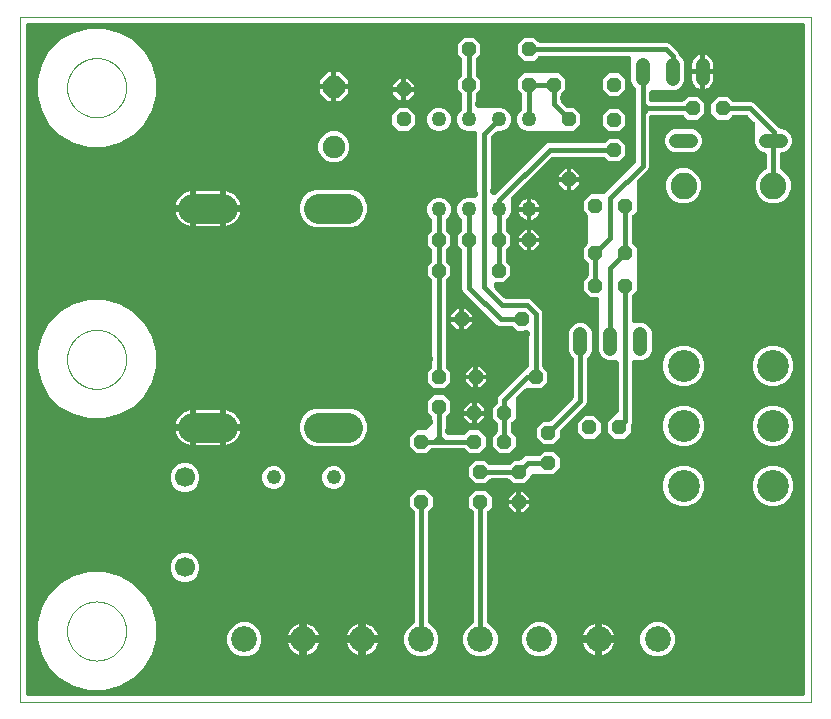
<source format=gtl>
G04 EAGLE Gerber RS-274X export*
G75*
%MOMM*%
%FSLAX34Y34*%
%LPD*%
%INCopper Top*%
%IPPOS*%
%AMOC8*
5,1,8,0,0,1.08239X$1,22.5*%
G01*
%ADD10C,0.000000*%
%ADD11C,1.700000*%
%ADD12C,1.219200*%
%ADD13P,1.319650X8X202.500000*%
%ADD14C,1.270000*%
%ADD15P,1.319650X8X292.500000*%
%ADD16P,1.319650X8X22.500000*%
%ADD17P,1.319650X8X112.500000*%
%ADD18C,1.905000*%
%ADD19P,2.061953X8X112.500000*%
%ADD20C,2.184400*%
%ADD21C,2.500000*%
%ADD22C,1.650000*%
%ADD23C,1.219200*%
%ADD24C,2.700000*%
%ADD25C,2.250000*%
%ADD26C,0.406400*%
%ADD27P,0.659825X8X22.500000*%
%ADD28C,0.548000*%

G36*
X662906Y5083D02*
X662906Y5083D01*
X662924Y5081D01*
X663106Y5102D01*
X663289Y5121D01*
X663306Y5126D01*
X663323Y5128D01*
X663498Y5185D01*
X663674Y5239D01*
X663689Y5247D01*
X663706Y5253D01*
X663866Y5343D01*
X664028Y5431D01*
X664041Y5442D01*
X664057Y5451D01*
X664196Y5571D01*
X664337Y5688D01*
X664348Y5702D01*
X664362Y5714D01*
X664474Y5859D01*
X664589Y6002D01*
X664597Y6018D01*
X664608Y6032D01*
X664690Y6197D01*
X664775Y6359D01*
X664780Y6376D01*
X664788Y6392D01*
X664835Y6571D01*
X664886Y6746D01*
X664888Y6764D01*
X664892Y6781D01*
X664919Y7112D01*
X664919Y572888D01*
X664917Y572906D01*
X664919Y572924D01*
X664898Y573106D01*
X664879Y573289D01*
X664874Y573306D01*
X664872Y573323D01*
X664815Y573498D01*
X664761Y573674D01*
X664753Y573689D01*
X664747Y573706D01*
X664657Y573866D01*
X664569Y574028D01*
X664558Y574041D01*
X664549Y574057D01*
X664429Y574196D01*
X664312Y574337D01*
X664298Y574348D01*
X664286Y574362D01*
X664141Y574474D01*
X663998Y574589D01*
X663982Y574597D01*
X663968Y574608D01*
X663803Y574690D01*
X663641Y574775D01*
X663624Y574780D01*
X663608Y574788D01*
X663429Y574835D01*
X663254Y574886D01*
X663236Y574888D01*
X663219Y574892D01*
X662888Y574919D01*
X7112Y574919D01*
X7094Y574917D01*
X7076Y574919D01*
X6894Y574898D01*
X6711Y574879D01*
X6694Y574874D01*
X6677Y574872D01*
X6502Y574815D01*
X6326Y574761D01*
X6311Y574753D01*
X6294Y574747D01*
X6134Y574657D01*
X5972Y574569D01*
X5959Y574558D01*
X5943Y574549D01*
X5804Y574429D01*
X5663Y574312D01*
X5652Y574298D01*
X5638Y574286D01*
X5526Y574141D01*
X5411Y573998D01*
X5403Y573982D01*
X5392Y573968D01*
X5310Y573803D01*
X5225Y573641D01*
X5220Y573624D01*
X5212Y573608D01*
X5165Y573429D01*
X5114Y573254D01*
X5112Y573236D01*
X5108Y573219D01*
X5081Y572888D01*
X5081Y7112D01*
X5083Y7094D01*
X5081Y7076D01*
X5102Y6894D01*
X5121Y6711D01*
X5126Y6694D01*
X5128Y6677D01*
X5185Y6502D01*
X5239Y6326D01*
X5247Y6311D01*
X5253Y6294D01*
X5343Y6134D01*
X5431Y5972D01*
X5442Y5959D01*
X5451Y5943D01*
X5571Y5804D01*
X5688Y5663D01*
X5702Y5652D01*
X5714Y5638D01*
X5859Y5526D01*
X6002Y5411D01*
X6018Y5403D01*
X6032Y5392D01*
X6197Y5310D01*
X6359Y5225D01*
X6376Y5220D01*
X6392Y5212D01*
X6571Y5165D01*
X6746Y5114D01*
X6764Y5112D01*
X6781Y5108D01*
X7112Y5081D01*
X662888Y5081D01*
X662906Y5083D01*
G37*
%LPC*%
G36*
X503704Y222853D02*
X503704Y222853D01*
X498053Y228504D01*
X498053Y236496D01*
X504291Y242734D01*
X504301Y242742D01*
X506522Y244963D01*
X506539Y244984D01*
X506560Y245002D01*
X506667Y245140D01*
X506777Y245275D01*
X506790Y245299D01*
X506806Y245320D01*
X506884Y245477D01*
X506966Y245631D01*
X506974Y245656D01*
X506986Y245680D01*
X507031Y245850D01*
X507081Y246017D01*
X507083Y246043D01*
X507090Y246069D01*
X507117Y246400D01*
X507117Y287230D01*
X507115Y287248D01*
X507117Y287266D01*
X507096Y287448D01*
X507077Y287631D01*
X507072Y287648D01*
X507070Y287665D01*
X507013Y287840D01*
X506959Y288016D01*
X506951Y288031D01*
X506945Y288048D01*
X506855Y288208D01*
X506767Y288370D01*
X506756Y288383D01*
X506747Y288399D01*
X506627Y288538D01*
X506510Y288679D01*
X506496Y288690D01*
X506484Y288704D01*
X506339Y288816D01*
X506196Y288931D01*
X506180Y288939D01*
X506166Y288950D01*
X506001Y289032D01*
X505839Y289117D01*
X505822Y289122D01*
X505806Y289130D01*
X505627Y289177D01*
X505452Y289228D01*
X505434Y289230D01*
X505417Y289234D01*
X505086Y289261D01*
X502333Y289261D01*
X502301Y289258D01*
X502270Y289260D01*
X502247Y289257D01*
X498081Y289257D01*
X494536Y290726D01*
X491822Y293440D01*
X490353Y296985D01*
X490353Y313097D01*
X490378Y313178D01*
X490380Y313200D01*
X490386Y313222D01*
X490399Y313400D01*
X490416Y313579D01*
X490413Y313601D01*
X490415Y313624D01*
X490393Y313801D01*
X490374Y313979D01*
X490367Y314001D01*
X490365Y314023D01*
X490353Y314057D01*
X490353Y340822D01*
X490351Y340840D01*
X490353Y340858D01*
X490332Y341040D01*
X490313Y341223D01*
X490308Y341240D01*
X490306Y341257D01*
X490249Y341432D01*
X490195Y341608D01*
X490187Y341623D01*
X490181Y341640D01*
X490091Y341800D01*
X490003Y341962D01*
X489992Y341975D01*
X489983Y341991D01*
X489863Y342130D01*
X489746Y342271D01*
X489732Y342282D01*
X489720Y342296D01*
X489575Y342408D01*
X489432Y342523D01*
X489416Y342531D01*
X489402Y342542D01*
X489237Y342624D01*
X489075Y342709D01*
X489058Y342714D01*
X489042Y342722D01*
X488863Y342769D01*
X488688Y342820D01*
X488670Y342822D01*
X488653Y342826D01*
X488322Y342853D01*
X483304Y342853D01*
X477653Y348504D01*
X477653Y356496D01*
X481122Y359965D01*
X481139Y359986D01*
X481160Y360003D01*
X481267Y360141D01*
X481377Y360276D01*
X481390Y360300D01*
X481406Y360321D01*
X481484Y360478D01*
X481566Y360632D01*
X481574Y360658D01*
X481586Y360682D01*
X481631Y360851D01*
X481681Y361018D01*
X481683Y361045D01*
X481690Y361070D01*
X481717Y361401D01*
X481717Y371099D01*
X481715Y371125D01*
X481717Y371152D01*
X481695Y371326D01*
X481677Y371499D01*
X481670Y371525D01*
X481666Y371552D01*
X481610Y371717D01*
X481559Y371884D01*
X481546Y371908D01*
X481538Y371933D01*
X481451Y372085D01*
X481367Y372238D01*
X481350Y372259D01*
X481337Y372282D01*
X481122Y372535D01*
X477653Y376004D01*
X477653Y383996D01*
X480106Y386449D01*
X480123Y386470D01*
X480144Y386487D01*
X480251Y386625D01*
X480361Y386760D01*
X480374Y386784D01*
X480390Y386805D01*
X480468Y386962D01*
X480550Y387116D01*
X480558Y387142D01*
X480570Y387166D01*
X480615Y387335D01*
X480665Y387502D01*
X480667Y387529D01*
X480674Y387554D01*
X480701Y387885D01*
X480701Y412115D01*
X480699Y412141D01*
X480701Y412168D01*
X480679Y412342D01*
X480661Y412515D01*
X480654Y412541D01*
X480650Y412568D01*
X480595Y412733D01*
X480543Y412900D01*
X480530Y412924D01*
X480522Y412949D01*
X480435Y413101D01*
X480351Y413254D01*
X480334Y413275D01*
X480321Y413298D01*
X480106Y413551D01*
X477653Y416004D01*
X477653Y423996D01*
X483304Y429647D01*
X492115Y429647D01*
X492139Y429645D01*
X494108Y429645D01*
X494135Y429647D01*
X494161Y429645D01*
X494335Y429667D01*
X494509Y429685D01*
X494534Y429692D01*
X494561Y429696D01*
X494727Y429751D01*
X494894Y429803D01*
X494917Y429816D01*
X494943Y429824D01*
X495094Y429911D01*
X495248Y429995D01*
X495268Y430012D01*
X495291Y430025D01*
X495544Y430240D01*
X521122Y455818D01*
X521139Y455838D01*
X521160Y455856D01*
X521267Y455994D01*
X521377Y456129D01*
X521390Y456153D01*
X521406Y456174D01*
X521484Y456331D01*
X521566Y456485D01*
X521574Y456510D01*
X521586Y456534D01*
X521631Y456704D01*
X521681Y456871D01*
X521683Y456897D01*
X521690Y456923D01*
X521717Y457254D01*
X521717Y518503D01*
X521715Y518529D01*
X521717Y518556D01*
X521695Y518730D01*
X521677Y518903D01*
X521670Y518929D01*
X521666Y518956D01*
X521611Y519121D01*
X521559Y519288D01*
X521546Y519312D01*
X521538Y519337D01*
X521451Y519489D01*
X521367Y519642D01*
X521350Y519663D01*
X521337Y519686D01*
X521122Y519939D01*
X519122Y521940D01*
X517653Y525485D01*
X517653Y544886D01*
X517651Y544904D01*
X517653Y544922D01*
X517632Y545104D01*
X517613Y545287D01*
X517608Y545304D01*
X517606Y545321D01*
X517549Y545496D01*
X517495Y545672D01*
X517487Y545687D01*
X517481Y545704D01*
X517391Y545864D01*
X517303Y546026D01*
X517292Y546039D01*
X517283Y546055D01*
X517163Y546194D01*
X517046Y546335D01*
X517032Y546346D01*
X517020Y546360D01*
X516875Y546472D01*
X516732Y546587D01*
X516716Y546595D01*
X516702Y546606D01*
X516537Y546688D01*
X516375Y546773D01*
X516358Y546778D01*
X516342Y546786D01*
X516163Y546833D01*
X515988Y546884D01*
X515970Y546886D01*
X515953Y546890D01*
X515622Y546917D01*
X440101Y546917D01*
X440075Y546915D01*
X440048Y546917D01*
X439874Y546895D01*
X439701Y546877D01*
X439675Y546870D01*
X439648Y546866D01*
X439483Y546810D01*
X439316Y546759D01*
X439292Y546746D01*
X439267Y546738D01*
X439115Y546651D01*
X438962Y546567D01*
X438941Y546550D01*
X438918Y546537D01*
X438665Y546322D01*
X435196Y542853D01*
X427204Y542853D01*
X421553Y548504D01*
X421553Y556496D01*
X427204Y562147D01*
X435196Y562147D01*
X438665Y558678D01*
X438686Y558661D01*
X438703Y558640D01*
X438841Y558533D01*
X438976Y558423D01*
X439000Y558410D01*
X439021Y558394D01*
X439178Y558316D01*
X439332Y558234D01*
X439358Y558226D01*
X439382Y558214D01*
X439551Y558169D01*
X439718Y558119D01*
X439745Y558117D01*
X439770Y558110D01*
X440101Y558083D01*
X548111Y558083D01*
X550162Y557233D01*
X557433Y549962D01*
X558308Y547849D01*
X558323Y547822D01*
X558333Y547792D01*
X558418Y547644D01*
X558498Y547494D01*
X558518Y547470D01*
X558534Y547443D01*
X558749Y547190D01*
X560878Y545060D01*
X562347Y541515D01*
X562347Y525485D01*
X560878Y521940D01*
X558164Y519226D01*
X554619Y517757D01*
X553872Y517757D01*
X553841Y517754D01*
X553810Y517756D01*
X553787Y517753D01*
X534914Y517753D01*
X534896Y517751D01*
X534878Y517753D01*
X534696Y517732D01*
X534513Y517713D01*
X534496Y517708D01*
X534479Y517706D01*
X534304Y517649D01*
X534128Y517595D01*
X534113Y517587D01*
X534096Y517581D01*
X533936Y517491D01*
X533774Y517403D01*
X533761Y517392D01*
X533745Y517383D01*
X533606Y517263D01*
X533465Y517146D01*
X533454Y517132D01*
X533440Y517120D01*
X533328Y516975D01*
X533213Y516832D01*
X533205Y516816D01*
X533194Y516802D01*
X533111Y516637D01*
X533027Y516475D01*
X533022Y516458D01*
X533014Y516442D01*
X532967Y516263D01*
X532916Y516088D01*
X532914Y516070D01*
X532910Y516053D01*
X532883Y515722D01*
X532883Y510114D01*
X532885Y510096D01*
X532883Y510078D01*
X532904Y509896D01*
X532923Y509713D01*
X532928Y509696D01*
X532930Y509679D01*
X532987Y509504D01*
X533041Y509328D01*
X533049Y509313D01*
X533055Y509296D01*
X533145Y509136D01*
X533233Y508974D01*
X533244Y508961D01*
X533253Y508945D01*
X533373Y508806D01*
X533490Y508665D01*
X533504Y508654D01*
X533516Y508640D01*
X533661Y508528D01*
X533804Y508413D01*
X533820Y508405D01*
X533834Y508394D01*
X533999Y508312D01*
X534161Y508227D01*
X534178Y508222D01*
X534194Y508214D01*
X534373Y508167D01*
X534548Y508116D01*
X534566Y508114D01*
X534583Y508110D01*
X534914Y508083D01*
X560899Y508083D01*
X560925Y508085D01*
X560952Y508083D01*
X561126Y508105D01*
X561299Y508123D01*
X561325Y508130D01*
X561352Y508134D01*
X561517Y508190D01*
X561684Y508241D01*
X561708Y508254D01*
X561733Y508262D01*
X561885Y508349D01*
X562038Y508433D01*
X562059Y508450D01*
X562082Y508463D01*
X562335Y508678D01*
X565804Y512147D01*
X573796Y512147D01*
X579447Y506496D01*
X579447Y498504D01*
X573796Y492853D01*
X565804Y492853D01*
X562335Y496322D01*
X562314Y496339D01*
X562297Y496360D01*
X562159Y496467D01*
X562024Y496577D01*
X562000Y496590D01*
X561979Y496606D01*
X561822Y496684D01*
X561668Y496766D01*
X561642Y496774D01*
X561618Y496786D01*
X561449Y496831D01*
X561282Y496881D01*
X561255Y496883D01*
X561230Y496890D01*
X560899Y496917D01*
X534914Y496917D01*
X534896Y496915D01*
X534878Y496917D01*
X534696Y496896D01*
X534513Y496877D01*
X534496Y496872D01*
X534479Y496870D01*
X534304Y496813D01*
X534128Y496759D01*
X534113Y496751D01*
X534096Y496745D01*
X533936Y496655D01*
X533774Y496567D01*
X533761Y496556D01*
X533745Y496547D01*
X533606Y496427D01*
X533465Y496310D01*
X533454Y496296D01*
X533440Y496284D01*
X533328Y496139D01*
X533213Y495996D01*
X533205Y495980D01*
X533194Y495966D01*
X533112Y495801D01*
X533027Y495639D01*
X533022Y495622D01*
X533014Y495606D01*
X532967Y495427D01*
X532916Y495252D01*
X532914Y495234D01*
X532910Y495217D01*
X532883Y494886D01*
X532883Y452989D01*
X532033Y450938D01*
X522938Y441842D01*
X522921Y441822D01*
X522900Y441804D01*
X522793Y441666D01*
X522683Y441531D01*
X522670Y441507D01*
X522654Y441486D01*
X522576Y441329D01*
X522494Y441175D01*
X522486Y441150D01*
X522474Y441126D01*
X522429Y440956D01*
X522379Y440789D01*
X522377Y440763D01*
X522370Y440737D01*
X522343Y440406D01*
X522343Y424841D01*
X522345Y424815D01*
X522343Y424788D01*
X522347Y424762D01*
X522347Y416004D01*
X518878Y412535D01*
X518861Y412514D01*
X518840Y412497D01*
X518733Y412359D01*
X518623Y412224D01*
X518610Y412200D01*
X518594Y412179D01*
X518516Y412022D01*
X518434Y411868D01*
X518426Y411842D01*
X518414Y411818D01*
X518369Y411649D01*
X518319Y411482D01*
X518317Y411455D01*
X518310Y411430D01*
X518283Y411099D01*
X518283Y388901D01*
X518285Y388875D01*
X518283Y388848D01*
X518305Y388674D01*
X518323Y388501D01*
X518330Y388475D01*
X518334Y388448D01*
X518390Y388283D01*
X518441Y388116D01*
X518454Y388092D01*
X518462Y388067D01*
X518549Y387915D01*
X518633Y387762D01*
X518650Y387741D01*
X518663Y387718D01*
X518878Y387465D01*
X522347Y383996D01*
X522347Y375208D01*
X522343Y375159D01*
X522343Y357341D01*
X522345Y357315D01*
X522343Y357288D01*
X522347Y357262D01*
X522347Y348504D01*
X518878Y345035D01*
X518861Y345014D01*
X518840Y344997D01*
X518733Y344859D01*
X518623Y344724D01*
X518610Y344700D01*
X518594Y344679D01*
X518516Y344522D01*
X518434Y344368D01*
X518426Y344342D01*
X518414Y344318D01*
X518369Y344149D01*
X518319Y343982D01*
X518317Y343955D01*
X518310Y343930D01*
X518283Y343599D01*
X518283Y322770D01*
X518285Y322752D01*
X518283Y322734D01*
X518304Y322552D01*
X518323Y322369D01*
X518328Y322352D01*
X518330Y322335D01*
X518387Y322160D01*
X518441Y321984D01*
X518449Y321969D01*
X518455Y321952D01*
X518545Y321792D01*
X518633Y321630D01*
X518644Y321617D01*
X518653Y321601D01*
X518774Y321461D01*
X518890Y321321D01*
X518904Y321310D01*
X518916Y321296D01*
X519061Y321184D01*
X519204Y321069D01*
X519220Y321061D01*
X519234Y321050D01*
X519399Y320968D01*
X519561Y320883D01*
X519578Y320878D01*
X519594Y320870D01*
X519773Y320823D01*
X519948Y320772D01*
X519966Y320770D01*
X519983Y320766D01*
X520314Y320739D01*
X523067Y320739D01*
X523100Y320742D01*
X523132Y320740D01*
X523155Y320743D01*
X527319Y320743D01*
X530864Y319274D01*
X533578Y316560D01*
X535047Y313015D01*
X535047Y296985D01*
X533578Y293440D01*
X530864Y290726D01*
X527319Y289257D01*
X523116Y289257D01*
X523067Y289261D01*
X520314Y289261D01*
X520296Y289259D01*
X520278Y289261D01*
X520096Y289240D01*
X519913Y289221D01*
X519896Y289216D01*
X519879Y289214D01*
X519704Y289157D01*
X519528Y289103D01*
X519513Y289095D01*
X519496Y289089D01*
X519336Y288999D01*
X519174Y288911D01*
X519161Y288900D01*
X519145Y288891D01*
X519006Y288771D01*
X518865Y288654D01*
X518854Y288640D01*
X518840Y288628D01*
X518728Y288483D01*
X518613Y288340D01*
X518605Y288324D01*
X518594Y288310D01*
X518512Y288145D01*
X518427Y287983D01*
X518422Y287966D01*
X518414Y287950D01*
X518367Y287771D01*
X518316Y287596D01*
X518314Y287578D01*
X518310Y287561D01*
X518283Y287230D01*
X518283Y236389D01*
X517501Y234503D01*
X517492Y234473D01*
X517478Y234445D01*
X517434Y234280D01*
X517385Y234118D01*
X517382Y234087D01*
X517374Y234056D01*
X517347Y233726D01*
X517347Y228504D01*
X511696Y222853D01*
X503704Y222853D01*
G37*
%LPD*%
%LPC*%
G36*
X406204Y210753D02*
X406204Y210753D01*
X400553Y216404D01*
X400553Y224396D01*
X404022Y227865D01*
X404039Y227886D01*
X404060Y227903D01*
X404167Y228041D01*
X404277Y228176D01*
X404290Y228200D01*
X404306Y228221D01*
X404384Y228378D01*
X404466Y228532D01*
X404474Y228558D01*
X404486Y228582D01*
X404531Y228751D01*
X404581Y228918D01*
X404583Y228945D01*
X404590Y228970D01*
X404617Y229301D01*
X404617Y235499D01*
X404615Y235525D01*
X404617Y235552D01*
X404595Y235726D01*
X404577Y235899D01*
X404570Y235925D01*
X404566Y235952D01*
X404511Y236117D01*
X404459Y236284D01*
X404446Y236308D01*
X404438Y236333D01*
X404351Y236485D01*
X404267Y236638D01*
X404250Y236659D01*
X404237Y236682D01*
X404022Y236935D01*
X400553Y240404D01*
X400553Y248396D01*
X404022Y251865D01*
X404039Y251886D01*
X404060Y251903D01*
X404167Y252041D01*
X404277Y252176D01*
X404290Y252200D01*
X404306Y252221D01*
X404384Y252378D01*
X404466Y252532D01*
X404474Y252558D01*
X404486Y252582D01*
X404531Y252751D01*
X404581Y252918D01*
X404583Y252945D01*
X404590Y252970D01*
X404617Y253301D01*
X404617Y256611D01*
X405467Y258662D01*
X407323Y260519D01*
X426424Y279620D01*
X426467Y279671D01*
X426533Y279738D01*
X430831Y284777D01*
X430916Y284898D01*
X431006Y285015D01*
X431030Y285063D01*
X431061Y285107D01*
X431120Y285243D01*
X431186Y285375D01*
X431200Y285428D01*
X431221Y285477D01*
X431252Y285621D01*
X431290Y285764D01*
X431295Y285825D01*
X431305Y285871D01*
X431306Y285955D01*
X431317Y286095D01*
X431317Y312322D01*
X431315Y312340D01*
X431317Y312358D01*
X431296Y312540D01*
X431277Y312723D01*
X431272Y312740D01*
X431270Y312757D01*
X431213Y312931D01*
X431159Y313108D01*
X431151Y313123D01*
X431145Y313140D01*
X431055Y313300D01*
X430967Y313462D01*
X430956Y313475D01*
X430947Y313491D01*
X430827Y313630D01*
X430710Y313771D01*
X430696Y313782D01*
X430684Y313796D01*
X430539Y313908D01*
X430396Y314023D01*
X430380Y314031D01*
X430366Y314042D01*
X430201Y314124D01*
X430039Y314209D01*
X430022Y314214D01*
X430006Y314222D01*
X429827Y314269D01*
X429652Y314320D01*
X429634Y314322D01*
X429617Y314326D01*
X429286Y314353D01*
X420904Y314353D01*
X417435Y317822D01*
X417414Y317839D01*
X417397Y317860D01*
X417259Y317967D01*
X417124Y318077D01*
X417100Y318090D01*
X417079Y318106D01*
X416922Y318184D01*
X416768Y318266D01*
X416742Y318274D01*
X416718Y318286D01*
X416549Y318331D01*
X416382Y318381D01*
X416355Y318383D01*
X416330Y318390D01*
X415999Y318417D01*
X405989Y318417D01*
X403938Y319267D01*
X375667Y347538D01*
X374817Y349589D01*
X374817Y382099D01*
X374815Y382125D01*
X374817Y382152D01*
X374795Y382326D01*
X374777Y382499D01*
X374770Y382525D01*
X374766Y382552D01*
X374710Y382717D01*
X374659Y382884D01*
X374646Y382908D01*
X374638Y382933D01*
X374551Y383085D01*
X374467Y383238D01*
X374450Y383259D01*
X374437Y383282D01*
X374222Y383535D01*
X370753Y387004D01*
X370753Y394996D01*
X374222Y398465D01*
X374239Y398486D01*
X374260Y398503D01*
X374367Y398641D01*
X374477Y398776D01*
X374490Y398800D01*
X374506Y398821D01*
X374584Y398978D01*
X374666Y399132D01*
X374674Y399158D01*
X374686Y399182D01*
X374731Y399351D01*
X374781Y399518D01*
X374783Y399545D01*
X374790Y399570D01*
X374817Y399901D01*
X374817Y407640D01*
X374815Y407666D01*
X374817Y407693D01*
X374795Y407867D01*
X374777Y408040D01*
X374770Y408066D01*
X374766Y408092D01*
X374711Y408258D01*
X374659Y408425D01*
X374646Y408449D01*
X374638Y408474D01*
X374551Y408625D01*
X374467Y408779D01*
X374450Y408800D01*
X374437Y408823D01*
X374222Y409076D01*
X372007Y411292D01*
X370499Y414931D01*
X370499Y418869D01*
X372007Y422508D01*
X374792Y425293D01*
X378431Y426801D01*
X378618Y426801D01*
X378645Y426803D01*
X378672Y426801D01*
X378777Y426815D01*
X385486Y426815D01*
X385504Y426817D01*
X385522Y426815D01*
X385704Y426836D01*
X385887Y426855D01*
X385904Y426860D01*
X385921Y426862D01*
X386096Y426919D01*
X386272Y426973D01*
X386287Y426981D01*
X386304Y426987D01*
X386464Y427077D01*
X386626Y427165D01*
X386639Y427176D01*
X386655Y427185D01*
X386794Y427305D01*
X386935Y427422D01*
X386946Y427436D01*
X386960Y427448D01*
X387072Y427593D01*
X387187Y427736D01*
X387195Y427752D01*
X387206Y427766D01*
X387288Y427931D01*
X387373Y428093D01*
X387378Y428110D01*
X387386Y428126D01*
X387433Y428305D01*
X387484Y428480D01*
X387486Y428498D01*
X387490Y428515D01*
X387517Y428846D01*
X387517Y481176D01*
X387515Y481194D01*
X387517Y481212D01*
X387496Y481394D01*
X387477Y481577D01*
X387472Y481594D01*
X387470Y481611D01*
X387413Y481786D01*
X387359Y481962D01*
X387351Y481977D01*
X387345Y481994D01*
X387255Y482154D01*
X387167Y482316D01*
X387156Y482329D01*
X387147Y482345D01*
X387027Y482484D01*
X386910Y482625D01*
X386896Y482636D01*
X386884Y482650D01*
X386739Y482762D01*
X386596Y482877D01*
X386580Y482885D01*
X386566Y482896D01*
X386401Y482978D01*
X386239Y483063D01*
X386222Y483068D01*
X386206Y483076D01*
X386027Y483123D01*
X385852Y483174D01*
X385834Y483176D01*
X385817Y483180D01*
X385486Y483207D01*
X382793Y483207D01*
X382761Y483204D01*
X382729Y483206D01*
X382676Y483199D01*
X378431Y483199D01*
X374792Y484707D01*
X372007Y487492D01*
X370499Y491131D01*
X370499Y495069D01*
X372007Y498708D01*
X374222Y500924D01*
X374239Y500945D01*
X374260Y500962D01*
X374367Y501100D01*
X374477Y501236D01*
X374490Y501259D01*
X374506Y501280D01*
X374584Y501437D01*
X374666Y501591D01*
X374674Y501617D01*
X374686Y501641D01*
X374731Y501810D01*
X374781Y501977D01*
X374783Y502004D01*
X374790Y502030D01*
X374817Y502360D01*
X374817Y513599D01*
X374815Y513625D01*
X374817Y513652D01*
X374795Y513826D01*
X374777Y513999D01*
X374770Y514025D01*
X374766Y514052D01*
X374711Y514217D01*
X374659Y514384D01*
X374646Y514408D01*
X374638Y514433D01*
X374551Y514585D01*
X374467Y514738D01*
X374450Y514759D01*
X374437Y514782D01*
X374222Y515035D01*
X370753Y518504D01*
X370753Y526496D01*
X374222Y529965D01*
X374239Y529986D01*
X374260Y530003D01*
X374367Y530141D01*
X374477Y530276D01*
X374490Y530300D01*
X374506Y530321D01*
X374584Y530478D01*
X374666Y530632D01*
X374674Y530658D01*
X374686Y530682D01*
X374731Y530851D01*
X374781Y531018D01*
X374783Y531045D01*
X374790Y531070D01*
X374817Y531401D01*
X374817Y543599D01*
X374815Y543625D01*
X374817Y543652D01*
X374795Y543826D01*
X374777Y543999D01*
X374770Y544025D01*
X374766Y544052D01*
X374710Y544217D01*
X374659Y544384D01*
X374646Y544408D01*
X374638Y544433D01*
X374551Y544585D01*
X374467Y544738D01*
X374450Y544759D01*
X374437Y544782D01*
X374222Y545035D01*
X370753Y548504D01*
X370753Y556496D01*
X376404Y562147D01*
X384396Y562147D01*
X390047Y556496D01*
X390047Y548504D01*
X386578Y545035D01*
X386561Y545014D01*
X386540Y544997D01*
X386433Y544859D01*
X386323Y544724D01*
X386310Y544700D01*
X386294Y544679D01*
X386216Y544522D01*
X386134Y544368D01*
X386126Y544342D01*
X386114Y544318D01*
X386069Y544149D01*
X386019Y543982D01*
X386017Y543955D01*
X386010Y543930D01*
X385983Y543599D01*
X385983Y531401D01*
X385985Y531375D01*
X385983Y531348D01*
X386005Y531174D01*
X386023Y531001D01*
X386030Y530975D01*
X386034Y530948D01*
X386089Y530783D01*
X386141Y530616D01*
X386154Y530592D01*
X386162Y530567D01*
X386249Y530415D01*
X386333Y530262D01*
X386350Y530241D01*
X386363Y530218D01*
X386578Y529965D01*
X390047Y526496D01*
X390047Y518504D01*
X386578Y515035D01*
X386561Y515014D01*
X386540Y514997D01*
X386433Y514859D01*
X386323Y514724D01*
X386310Y514700D01*
X386294Y514679D01*
X386216Y514522D01*
X386134Y514368D01*
X386126Y514342D01*
X386114Y514318D01*
X386069Y514149D01*
X386019Y513982D01*
X386017Y513955D01*
X386010Y513930D01*
X385983Y513599D01*
X385983Y505032D01*
X385985Y505014D01*
X385983Y504996D01*
X386004Y504814D01*
X386023Y504631D01*
X386028Y504614D01*
X386030Y504597D01*
X386087Y504422D01*
X386141Y504246D01*
X386149Y504231D01*
X386155Y504214D01*
X386245Y504054D01*
X386333Y503892D01*
X386344Y503879D01*
X386353Y503863D01*
X386473Y503724D01*
X386590Y503583D01*
X386604Y503572D01*
X386616Y503558D01*
X386761Y503446D01*
X386904Y503331D01*
X386920Y503323D01*
X386934Y503312D01*
X387099Y503230D01*
X387261Y503145D01*
X387278Y503140D01*
X387294Y503132D01*
X387473Y503085D01*
X387648Y503034D01*
X387666Y503032D01*
X387683Y503028D01*
X388014Y503001D01*
X407769Y503001D01*
X411408Y501493D01*
X414193Y498708D01*
X415701Y495069D01*
X415701Y491131D01*
X414193Y487492D01*
X411408Y484707D01*
X407769Y483199D01*
X404636Y483199D01*
X404609Y483197D01*
X404583Y483199D01*
X404409Y483177D01*
X404235Y483159D01*
X404210Y483152D01*
X404183Y483148D01*
X404017Y483093D01*
X403850Y483041D01*
X403827Y483028D01*
X403801Y483020D01*
X403650Y482933D01*
X403496Y482849D01*
X403476Y482832D01*
X403453Y482819D01*
X403200Y482604D01*
X399278Y478682D01*
X399261Y478662D01*
X399240Y478644D01*
X399133Y478506D01*
X399023Y478371D01*
X399010Y478347D01*
X398994Y478326D01*
X398916Y478169D01*
X398834Y478015D01*
X398826Y477990D01*
X398814Y477966D01*
X398769Y477796D01*
X398719Y477629D01*
X398717Y477603D01*
X398710Y477577D01*
X398683Y477246D01*
X398683Y432256D01*
X398685Y432229D01*
X398683Y432202D01*
X398705Y432029D01*
X398723Y431855D01*
X398730Y431830D01*
X398734Y431803D01*
X398790Y431637D01*
X398841Y431470D01*
X398854Y431447D01*
X398862Y431421D01*
X398949Y431270D01*
X399033Y431116D01*
X399050Y431096D01*
X399063Y431072D01*
X399278Y430819D01*
X400001Y430096D01*
X400022Y430079D01*
X400040Y430058D01*
X400178Y429951D01*
X400313Y429841D01*
X400337Y429828D01*
X400358Y429812D01*
X400515Y429734D01*
X400669Y429652D01*
X400694Y429644D01*
X400718Y429632D01*
X400888Y429587D01*
X401055Y429537D01*
X401081Y429535D01*
X401107Y429528D01*
X401438Y429501D01*
X402064Y429501D01*
X402091Y429503D01*
X402118Y429501D01*
X402291Y429523D01*
X402465Y429541D01*
X402490Y429548D01*
X402517Y429552D01*
X402683Y429607D01*
X402850Y429659D01*
X402873Y429672D01*
X402899Y429680D01*
X403050Y429767D01*
X403204Y429851D01*
X403224Y429868D01*
X403248Y429881D01*
X403501Y430096D01*
X445438Y472033D01*
X447489Y472883D01*
X494199Y472883D01*
X494225Y472885D01*
X494252Y472883D01*
X494426Y472905D01*
X494599Y472923D01*
X494625Y472930D01*
X494652Y472934D01*
X494817Y472989D01*
X494984Y473041D01*
X495008Y473054D01*
X495033Y473062D01*
X495185Y473149D01*
X495338Y473233D01*
X495359Y473250D01*
X495382Y473263D01*
X495635Y473478D01*
X499104Y476947D01*
X507096Y476947D01*
X512747Y471296D01*
X512747Y463304D01*
X507096Y457653D01*
X499104Y457653D01*
X495635Y461122D01*
X495614Y461139D01*
X495597Y461160D01*
X495459Y461267D01*
X495324Y461377D01*
X495300Y461390D01*
X495279Y461406D01*
X495122Y461484D01*
X494968Y461566D01*
X494942Y461574D01*
X494918Y461586D01*
X494749Y461631D01*
X494582Y461681D01*
X494555Y461683D01*
X494530Y461690D01*
X494199Y461717D01*
X451754Y461717D01*
X451727Y461715D01*
X451701Y461717D01*
X451527Y461695D01*
X451353Y461677D01*
X451328Y461670D01*
X451301Y461666D01*
X451135Y461611D01*
X450968Y461559D01*
X450945Y461546D01*
X450919Y461538D01*
X450768Y461451D01*
X450614Y461367D01*
X450594Y461350D01*
X450571Y461337D01*
X450318Y461122D01*
X416298Y427103D01*
X416281Y427082D01*
X416260Y427064D01*
X416153Y426926D01*
X416043Y426791D01*
X416030Y426767D01*
X416014Y426746D01*
X415936Y426589D01*
X415854Y426435D01*
X415846Y426410D01*
X415834Y426386D01*
X415789Y426216D01*
X415739Y426049D01*
X415737Y426023D01*
X415730Y425997D01*
X415703Y425666D01*
X415703Y415555D01*
X415701Y415530D01*
X415701Y414931D01*
X414193Y411292D01*
X411978Y409076D01*
X411961Y409055D01*
X411940Y409038D01*
X411833Y408900D01*
X411723Y408764D01*
X411710Y408741D01*
X411694Y408720D01*
X411615Y408562D01*
X411534Y408409D01*
X411526Y408383D01*
X411514Y408359D01*
X411469Y408190D01*
X411419Y408023D01*
X411417Y407996D01*
X411410Y407970D01*
X411383Y407640D01*
X411383Y399901D01*
X411385Y399875D01*
X411383Y399848D01*
X411405Y399674D01*
X411423Y399501D01*
X411430Y399475D01*
X411434Y399448D01*
X411489Y399283D01*
X411541Y399116D01*
X411554Y399092D01*
X411562Y399067D01*
X411649Y398915D01*
X411733Y398762D01*
X411750Y398741D01*
X411763Y398718D01*
X411978Y398465D01*
X415447Y394996D01*
X415447Y387004D01*
X411978Y383535D01*
X411961Y383514D01*
X411940Y383497D01*
X411833Y383359D01*
X411723Y383224D01*
X411710Y383200D01*
X411694Y383179D01*
X411616Y383022D01*
X411534Y382868D01*
X411526Y382842D01*
X411514Y382818D01*
X411469Y382649D01*
X411419Y382482D01*
X411417Y382455D01*
X411410Y382430D01*
X411383Y382099D01*
X411383Y374001D01*
X411385Y373975D01*
X411383Y373948D01*
X411405Y373774D01*
X411423Y373601D01*
X411430Y373575D01*
X411434Y373548D01*
X411489Y373383D01*
X411541Y373216D01*
X411554Y373192D01*
X411562Y373167D01*
X411649Y373015D01*
X411733Y372862D01*
X411750Y372841D01*
X411763Y372818D01*
X411978Y372565D01*
X415447Y369096D01*
X415447Y361104D01*
X409796Y355453D01*
X403674Y355453D01*
X403656Y355451D01*
X403638Y355453D01*
X403456Y355432D01*
X403273Y355413D01*
X403256Y355408D01*
X403239Y355406D01*
X403064Y355349D01*
X402888Y355295D01*
X402873Y355287D01*
X402856Y355281D01*
X402696Y355191D01*
X402534Y355103D01*
X402521Y355092D01*
X402505Y355083D01*
X402366Y354963D01*
X402225Y354846D01*
X402214Y354832D01*
X402200Y354820D01*
X402088Y354675D01*
X401973Y354532D01*
X401965Y354516D01*
X401954Y354502D01*
X401872Y354337D01*
X401787Y354175D01*
X401782Y354158D01*
X401774Y354142D01*
X401727Y353963D01*
X401676Y353788D01*
X401674Y353770D01*
X401670Y353753D01*
X401643Y353422D01*
X401643Y351294D01*
X401645Y351267D01*
X401643Y351241D01*
X401665Y351067D01*
X401683Y350893D01*
X401690Y350868D01*
X401694Y350841D01*
X401749Y350675D01*
X401801Y350508D01*
X401814Y350485D01*
X401822Y350459D01*
X401909Y350308D01*
X401993Y350154D01*
X402010Y350134D01*
X402023Y350111D01*
X402238Y349858D01*
X410218Y341878D01*
X410238Y341861D01*
X410256Y341840D01*
X410394Y341733D01*
X410529Y341623D01*
X410553Y341610D01*
X410574Y341594D01*
X410731Y341516D01*
X410885Y341434D01*
X410910Y341426D01*
X410934Y341414D01*
X411104Y341369D01*
X411271Y341319D01*
X411297Y341317D01*
X411323Y341310D01*
X411654Y341283D01*
X430911Y341283D01*
X432962Y340433D01*
X441633Y331762D01*
X442483Y329711D01*
X442483Y283901D01*
X442485Y283875D01*
X442483Y283848D01*
X442505Y283673D01*
X442523Y283501D01*
X442530Y283475D01*
X442534Y283448D01*
X442589Y283283D01*
X442641Y283116D01*
X442654Y283092D01*
X442662Y283067D01*
X442749Y282915D01*
X442833Y282762D01*
X442850Y282741D01*
X442863Y282718D01*
X443078Y282465D01*
X446547Y278996D01*
X446547Y271004D01*
X440896Y265353D01*
X432108Y265353D01*
X432059Y265357D01*
X428794Y265357D01*
X428767Y265355D01*
X428741Y265357D01*
X428567Y265335D01*
X428393Y265317D01*
X428368Y265310D01*
X428341Y265306D01*
X428175Y265251D01*
X428008Y265199D01*
X427985Y265186D01*
X427959Y265178D01*
X427808Y265091D01*
X427654Y265007D01*
X427634Y264990D01*
X427611Y264977D01*
X427358Y264762D01*
X420438Y257842D01*
X420421Y257822D01*
X420400Y257804D01*
X420293Y257666D01*
X420183Y257531D01*
X420170Y257507D01*
X420154Y257486D01*
X420076Y257329D01*
X419994Y257175D01*
X419986Y257150D01*
X419974Y257126D01*
X419929Y256956D01*
X419879Y256789D01*
X419877Y256763D01*
X419870Y256737D01*
X419843Y256406D01*
X419843Y249241D01*
X419845Y249215D01*
X419843Y249188D01*
X419847Y249162D01*
X419847Y240404D01*
X416378Y236935D01*
X416361Y236914D01*
X416340Y236897D01*
X416233Y236759D01*
X416123Y236624D01*
X416110Y236600D01*
X416094Y236579D01*
X416016Y236422D01*
X415934Y236268D01*
X415926Y236242D01*
X415914Y236218D01*
X415869Y236049D01*
X415819Y235882D01*
X415817Y235855D01*
X415810Y235830D01*
X415783Y235499D01*
X415783Y229301D01*
X415785Y229275D01*
X415783Y229248D01*
X415805Y229074D01*
X415823Y228901D01*
X415830Y228875D01*
X415834Y228848D01*
X415890Y228683D01*
X415941Y228516D01*
X415954Y228492D01*
X415962Y228467D01*
X416049Y228315D01*
X416133Y228162D01*
X416150Y228141D01*
X416163Y228118D01*
X416378Y227865D01*
X419847Y224396D01*
X419847Y216404D01*
X414196Y210753D01*
X406204Y210753D01*
G37*
%LPD*%
%LPC*%
G36*
X58417Y469999D02*
X58417Y469999D01*
X45700Y473407D01*
X34299Y479989D01*
X24989Y489299D01*
X18407Y500700D01*
X14999Y513417D01*
X14999Y526583D01*
X18407Y539299D01*
X24989Y550701D01*
X34299Y560011D01*
X45700Y566593D01*
X58417Y570001D01*
X71583Y570001D01*
X84300Y566593D01*
X95701Y560011D01*
X105011Y550701D01*
X111593Y539299D01*
X115001Y526583D01*
X115001Y513417D01*
X111593Y500700D01*
X105011Y489299D01*
X95701Y479989D01*
X84300Y473407D01*
X71583Y469999D01*
X58417Y469999D01*
G37*
%LPD*%
%LPC*%
G36*
X58417Y239999D02*
X58417Y239999D01*
X45700Y243407D01*
X34299Y249989D01*
X24989Y259299D01*
X18407Y270700D01*
X14999Y283417D01*
X14999Y296583D01*
X18407Y309300D01*
X24989Y320701D01*
X34299Y330011D01*
X45700Y336593D01*
X58417Y340001D01*
X71583Y340001D01*
X84300Y336593D01*
X95701Y330011D01*
X105011Y320701D01*
X111593Y309300D01*
X115001Y296583D01*
X115001Y283417D01*
X111593Y270700D01*
X105011Y259299D01*
X95701Y249989D01*
X84300Y243407D01*
X71583Y239999D01*
X58417Y239999D01*
G37*
%LPD*%
%LPC*%
G36*
X58417Y9999D02*
X58417Y9999D01*
X45700Y13407D01*
X34299Y19989D01*
X24989Y29299D01*
X18407Y40700D01*
X14999Y53417D01*
X14999Y66583D01*
X18407Y79300D01*
X24989Y90701D01*
X34299Y100011D01*
X45700Y106593D01*
X58417Y110001D01*
X71583Y110001D01*
X84300Y106593D01*
X95701Y100011D01*
X105011Y90701D01*
X111593Y79300D01*
X115001Y66583D01*
X115001Y53417D01*
X111593Y40700D01*
X105011Y29299D01*
X95701Y19989D01*
X84300Y13407D01*
X71583Y9999D01*
X58417Y9999D01*
G37*
%LPD*%
%LPC*%
G36*
X351004Y265553D02*
X351004Y265553D01*
X345353Y271204D01*
X345353Y279196D01*
X348822Y282665D01*
X348839Y282686D01*
X348860Y282703D01*
X348967Y282841D01*
X349077Y282976D01*
X349090Y283000D01*
X349106Y283021D01*
X349184Y283178D01*
X349266Y283332D01*
X349274Y283358D01*
X349286Y283382D01*
X349331Y283551D01*
X349381Y283718D01*
X349383Y283745D01*
X349390Y283770D01*
X349417Y284101D01*
X349417Y356199D01*
X349415Y356225D01*
X349417Y356252D01*
X349395Y356426D01*
X349377Y356599D01*
X349370Y356625D01*
X349366Y356652D01*
X349311Y356817D01*
X349259Y356984D01*
X349246Y357008D01*
X349238Y357033D01*
X349151Y357185D01*
X349067Y357338D01*
X349050Y357359D01*
X349037Y357382D01*
X348822Y357635D01*
X345353Y361104D01*
X345353Y369096D01*
X348822Y372565D01*
X348839Y372586D01*
X348860Y372603D01*
X348967Y372741D01*
X349077Y372876D01*
X349090Y372900D01*
X349106Y372921D01*
X349184Y373078D01*
X349266Y373232D01*
X349274Y373258D01*
X349286Y373282D01*
X349331Y373451D01*
X349381Y373618D01*
X349383Y373645D01*
X349390Y373670D01*
X349417Y374001D01*
X349417Y382099D01*
X349415Y382125D01*
X349417Y382152D01*
X349395Y382326D01*
X349377Y382499D01*
X349370Y382525D01*
X349366Y382552D01*
X349311Y382717D01*
X349259Y382884D01*
X349246Y382908D01*
X349238Y382933D01*
X349151Y383085D01*
X349067Y383238D01*
X349050Y383259D01*
X349037Y383282D01*
X348822Y383535D01*
X345353Y387004D01*
X345353Y394996D01*
X348822Y398465D01*
X348839Y398486D01*
X348860Y398503D01*
X348967Y398641D01*
X349077Y398776D01*
X349090Y398800D01*
X349106Y398821D01*
X349184Y398978D01*
X349266Y399132D01*
X349274Y399158D01*
X349286Y399182D01*
X349331Y399351D01*
X349381Y399518D01*
X349383Y399545D01*
X349390Y399570D01*
X349417Y399901D01*
X349417Y407640D01*
X349415Y407666D01*
X349417Y407693D01*
X349395Y407867D01*
X349377Y408040D01*
X349370Y408066D01*
X349366Y408092D01*
X349311Y408258D01*
X349259Y408425D01*
X349246Y408449D01*
X349238Y408474D01*
X349151Y408626D01*
X349067Y408779D01*
X349050Y408800D01*
X349037Y408823D01*
X348822Y409076D01*
X346607Y411292D01*
X345099Y414931D01*
X345099Y418869D01*
X346607Y422508D01*
X349392Y425293D01*
X353031Y426801D01*
X356969Y426801D01*
X360608Y425293D01*
X363393Y422508D01*
X364901Y418869D01*
X364901Y414931D01*
X363393Y411292D01*
X361178Y409076D01*
X361161Y409055D01*
X361140Y409038D01*
X361033Y408900D01*
X360923Y408764D01*
X360910Y408741D01*
X360894Y408720D01*
X360815Y408562D01*
X360734Y408409D01*
X360726Y408383D01*
X360714Y408359D01*
X360669Y408190D01*
X360619Y408023D01*
X360617Y407996D01*
X360610Y407970D01*
X360583Y407640D01*
X360583Y399901D01*
X360585Y399875D01*
X360583Y399848D01*
X360605Y399674D01*
X360623Y399501D01*
X360630Y399475D01*
X360634Y399448D01*
X360689Y399283D01*
X360741Y399116D01*
X360754Y399092D01*
X360762Y399067D01*
X360849Y398915D01*
X360933Y398762D01*
X360950Y398741D01*
X360963Y398718D01*
X361178Y398465D01*
X364647Y394996D01*
X364647Y387004D01*
X361178Y383535D01*
X361161Y383514D01*
X361140Y383497D01*
X361033Y383359D01*
X360923Y383224D01*
X360910Y383200D01*
X360894Y383179D01*
X360816Y383022D01*
X360734Y382868D01*
X360726Y382842D01*
X360714Y382818D01*
X360669Y382649D01*
X360619Y382482D01*
X360617Y382455D01*
X360610Y382430D01*
X360583Y382099D01*
X360583Y374001D01*
X360585Y373975D01*
X360583Y373948D01*
X360605Y373774D01*
X360623Y373601D01*
X360630Y373575D01*
X360634Y373548D01*
X360689Y373383D01*
X360741Y373216D01*
X360754Y373192D01*
X360762Y373167D01*
X360849Y373015D01*
X360933Y372862D01*
X360950Y372841D01*
X360963Y372818D01*
X361178Y372565D01*
X364647Y369096D01*
X364647Y361104D01*
X361178Y357635D01*
X361161Y357614D01*
X361140Y357597D01*
X361033Y357459D01*
X360923Y357324D01*
X360910Y357300D01*
X360894Y357279D01*
X360816Y357122D01*
X360734Y356968D01*
X360726Y356942D01*
X360714Y356918D01*
X360669Y356749D01*
X360619Y356582D01*
X360617Y356555D01*
X360610Y356530D01*
X360583Y356199D01*
X360583Y284101D01*
X360585Y284075D01*
X360583Y284048D01*
X360605Y283874D01*
X360623Y283701D01*
X360630Y283675D01*
X360634Y283648D01*
X360689Y283483D01*
X360741Y283316D01*
X360754Y283292D01*
X360762Y283267D01*
X360849Y283115D01*
X360933Y282962D01*
X360950Y282941D01*
X360963Y282918D01*
X361178Y282665D01*
X364647Y279196D01*
X364647Y271204D01*
X358996Y265553D01*
X351004Y265553D01*
G37*
%LPD*%
%LPC*%
G36*
X635056Y422199D02*
X635056Y422199D01*
X629616Y424453D01*
X625453Y428616D01*
X623199Y434056D01*
X623199Y439944D01*
X625453Y445384D01*
X629616Y449547D01*
X631163Y450188D01*
X631183Y450199D01*
X631204Y450206D01*
X631360Y450294D01*
X631518Y450379D01*
X631535Y450393D01*
X631555Y450404D01*
X631690Y450521D01*
X631829Y450635D01*
X631843Y450652D01*
X631860Y450667D01*
X631969Y450808D01*
X632082Y450948D01*
X632093Y450967D01*
X632106Y450985D01*
X632186Y451145D01*
X632269Y451304D01*
X632276Y451325D01*
X632286Y451345D01*
X632332Y451519D01*
X632382Y451691D01*
X632384Y451713D01*
X632390Y451734D01*
X632417Y452065D01*
X632417Y463322D01*
X632415Y463340D01*
X632417Y463358D01*
X632396Y463540D01*
X632377Y463723D01*
X632372Y463740D01*
X632370Y463757D01*
X632313Y463932D01*
X632259Y464108D01*
X632251Y464123D01*
X632245Y464140D01*
X632155Y464300D01*
X632067Y464462D01*
X632056Y464475D01*
X632047Y464491D01*
X631927Y464630D01*
X631810Y464771D01*
X631796Y464782D01*
X631784Y464796D01*
X631639Y464908D01*
X631496Y465023D01*
X631480Y465031D01*
X631466Y465042D01*
X631301Y465124D01*
X631139Y465209D01*
X631122Y465214D01*
X631106Y465222D01*
X630927Y465269D01*
X630752Y465320D01*
X630734Y465322D01*
X630717Y465326D01*
X630386Y465353D01*
X630185Y465353D01*
X626640Y466822D01*
X623926Y469536D01*
X622457Y473081D01*
X622457Y489506D01*
X622455Y489533D01*
X622457Y489560D01*
X622435Y489733D01*
X622417Y489907D01*
X622410Y489932D01*
X622406Y489959D01*
X622351Y490125D01*
X622299Y490292D01*
X622286Y490315D01*
X622278Y490341D01*
X622191Y490492D01*
X622107Y490646D01*
X622090Y490666D01*
X622077Y490690D01*
X621862Y490943D01*
X616483Y496322D01*
X616462Y496339D01*
X616444Y496360D01*
X616306Y496467D01*
X616171Y496577D01*
X616147Y496590D01*
X616126Y496606D01*
X615969Y496684D01*
X615815Y496766D01*
X615790Y496774D01*
X615766Y496786D01*
X615596Y496831D01*
X615429Y496881D01*
X615403Y496883D01*
X615377Y496890D01*
X615046Y496917D01*
X604101Y496917D01*
X604075Y496915D01*
X604048Y496917D01*
X603874Y496895D01*
X603701Y496877D01*
X603675Y496870D01*
X603648Y496866D01*
X603483Y496810D01*
X603316Y496759D01*
X603292Y496746D01*
X603267Y496738D01*
X603115Y496651D01*
X602962Y496567D01*
X602941Y496550D01*
X602918Y496537D01*
X602665Y496322D01*
X599196Y492853D01*
X591204Y492853D01*
X585553Y498504D01*
X585553Y506496D01*
X591204Y512147D01*
X599196Y512147D01*
X602665Y508678D01*
X602686Y508661D01*
X602703Y508640D01*
X602841Y508533D01*
X602976Y508423D01*
X603000Y508410D01*
X603021Y508394D01*
X603178Y508316D01*
X603332Y508234D01*
X603358Y508226D01*
X603382Y508214D01*
X603551Y508169D01*
X603718Y508119D01*
X603745Y508117D01*
X603770Y508110D01*
X604101Y508083D01*
X619311Y508083D01*
X621362Y507233D01*
X623218Y505377D01*
X623219Y505377D01*
X641077Y487519D01*
X641077Y487518D01*
X642049Y486546D01*
X642073Y486527D01*
X642094Y486503D01*
X642229Y486399D01*
X642360Y486291D01*
X642388Y486277D01*
X642413Y486258D01*
X642708Y486106D01*
X649485Y483299D01*
X649559Y483262D01*
X649760Y483178D01*
X652474Y480464D01*
X653943Y476919D01*
X653943Y473081D01*
X652474Y469536D01*
X649760Y466822D01*
X646215Y465353D01*
X645614Y465353D01*
X645596Y465351D01*
X645578Y465353D01*
X645396Y465332D01*
X645213Y465313D01*
X645196Y465308D01*
X645179Y465306D01*
X645004Y465249D01*
X644828Y465195D01*
X644813Y465187D01*
X644796Y465181D01*
X644636Y465091D01*
X644474Y465003D01*
X644461Y464992D01*
X644445Y464983D01*
X644306Y464863D01*
X644165Y464746D01*
X644154Y464732D01*
X644140Y464720D01*
X644028Y464575D01*
X643913Y464432D01*
X643905Y464416D01*
X643894Y464402D01*
X643812Y464237D01*
X643727Y464075D01*
X643722Y464058D01*
X643714Y464042D01*
X643667Y463863D01*
X643616Y463688D01*
X643614Y463670D01*
X643610Y463653D01*
X643583Y463322D01*
X643583Y452065D01*
X643585Y452043D01*
X643583Y452021D01*
X643605Y451843D01*
X643623Y451664D01*
X643629Y451643D01*
X643632Y451621D01*
X643688Y451451D01*
X643741Y451279D01*
X643751Y451260D01*
X643758Y451239D01*
X643847Y451083D01*
X643933Y450925D01*
X643947Y450908D01*
X643958Y450889D01*
X644076Y450754D01*
X644190Y450616D01*
X644208Y450602D01*
X644222Y450585D01*
X644365Y450476D01*
X644504Y450364D01*
X644524Y450354D01*
X644542Y450340D01*
X644837Y450188D01*
X646384Y449547D01*
X650547Y445384D01*
X652801Y439944D01*
X652801Y434056D01*
X650547Y428616D01*
X646384Y424453D01*
X643747Y423360D01*
X640944Y422199D01*
X635056Y422199D01*
G37*
%LPD*%
%LPC*%
G36*
X429231Y483199D02*
X429231Y483199D01*
X425592Y484707D01*
X422807Y487492D01*
X421299Y491131D01*
X421299Y495069D01*
X422807Y498708D01*
X425006Y500908D01*
X425023Y500929D01*
X425044Y500946D01*
X425151Y501084D01*
X425261Y501220D01*
X425274Y501243D01*
X425290Y501264D01*
X425368Y501421D01*
X425450Y501575D01*
X425458Y501601D01*
X425470Y501625D01*
X425515Y501794D01*
X425565Y501961D01*
X425567Y501988D01*
X425574Y502014D01*
X425601Y502344D01*
X425601Y513615D01*
X425599Y513641D01*
X425601Y513668D01*
X425579Y513842D01*
X425561Y514015D01*
X425554Y514041D01*
X425550Y514068D01*
X425495Y514233D01*
X425443Y514400D01*
X425430Y514424D01*
X425422Y514449D01*
X425335Y514601D01*
X425251Y514754D01*
X425234Y514775D01*
X425221Y514798D01*
X425006Y515051D01*
X421553Y518504D01*
X421553Y526496D01*
X427204Y532147D01*
X456296Y532147D01*
X461947Y526496D01*
X461947Y518504D01*
X458478Y515035D01*
X458461Y515014D01*
X458440Y514997D01*
X458333Y514859D01*
X458223Y514724D01*
X458210Y514700D01*
X458194Y514679D01*
X458116Y514522D01*
X458034Y514368D01*
X458026Y514342D01*
X458014Y514318D01*
X457969Y514149D01*
X457919Y513982D01*
X457917Y513955D01*
X457910Y513930D01*
X457883Y513599D01*
X457883Y508954D01*
X457885Y508927D01*
X457883Y508901D01*
X457905Y508727D01*
X457923Y508553D01*
X457930Y508528D01*
X457934Y508501D01*
X457989Y508336D01*
X458041Y508168D01*
X458054Y508145D01*
X458062Y508119D01*
X458149Y507968D01*
X458233Y507814D01*
X458250Y507794D01*
X458263Y507771D01*
X458478Y507518D01*
X462653Y503342D01*
X462674Y503325D01*
X462692Y503304D01*
X462830Y503197D01*
X462965Y503087D01*
X462989Y503074D01*
X463010Y503058D01*
X463166Y502980D01*
X463321Y502898D01*
X463346Y502890D01*
X463370Y502878D01*
X463540Y502833D01*
X463707Y502783D01*
X463733Y502781D01*
X463759Y502774D01*
X464090Y502747D01*
X468996Y502747D01*
X474647Y497096D01*
X474647Y489104D01*
X468996Y483453D01*
X461614Y483453D01*
X461587Y483451D01*
X461560Y483453D01*
X461387Y483431D01*
X461213Y483413D01*
X461187Y483406D01*
X461161Y483402D01*
X460995Y483346D01*
X460828Y483295D01*
X460805Y483282D01*
X460779Y483274D01*
X460663Y483207D01*
X433593Y483207D01*
X433562Y483204D01*
X433530Y483206D01*
X433477Y483199D01*
X429231Y483199D01*
G37*
%LPD*%
%LPC*%
G36*
X337121Y38527D02*
X337121Y38527D01*
X331802Y40731D01*
X327731Y44802D01*
X325527Y50121D01*
X325527Y55879D01*
X327731Y61198D01*
X331802Y65269D01*
X333163Y65833D01*
X333183Y65844D01*
X333204Y65851D01*
X333360Y65939D01*
X333518Y66023D01*
X333535Y66038D01*
X333555Y66049D01*
X333690Y66166D01*
X333829Y66280D01*
X333843Y66297D01*
X333860Y66312D01*
X333969Y66453D01*
X334082Y66593D01*
X334093Y66612D01*
X334106Y66630D01*
X334186Y66791D01*
X334269Y66949D01*
X334276Y66970D01*
X334286Y66990D01*
X334332Y67164D01*
X334382Y67335D01*
X334384Y67358D01*
X334390Y67379D01*
X334417Y67710D01*
X334417Y160699D01*
X334415Y160725D01*
X334417Y160752D01*
X334395Y160926D01*
X334377Y161099D01*
X334370Y161125D01*
X334366Y161152D01*
X334311Y161317D01*
X334259Y161484D01*
X334246Y161508D01*
X334238Y161533D01*
X334151Y161685D01*
X334067Y161838D01*
X334050Y161859D01*
X334037Y161882D01*
X333822Y162135D01*
X330353Y165604D01*
X330353Y173596D01*
X336004Y179247D01*
X343996Y179247D01*
X349647Y173596D01*
X349647Y165604D01*
X346178Y162135D01*
X346161Y162114D01*
X346140Y162097D01*
X346033Y161959D01*
X345923Y161824D01*
X345910Y161800D01*
X345894Y161779D01*
X345816Y161622D01*
X345734Y161468D01*
X345726Y161442D01*
X345714Y161418D01*
X345669Y161249D01*
X345619Y161082D01*
X345617Y161055D01*
X345610Y161030D01*
X345583Y160699D01*
X345583Y67710D01*
X345585Y67688D01*
X345583Y67666D01*
X345605Y67488D01*
X345623Y67309D01*
X345629Y67288D01*
X345632Y67266D01*
X345688Y67096D01*
X345741Y66924D01*
X345751Y66905D01*
X345758Y66884D01*
X345847Y66728D01*
X345933Y66570D01*
X345947Y66553D01*
X345958Y66534D01*
X346076Y66398D01*
X346190Y66261D01*
X346208Y66247D01*
X346222Y66230D01*
X346364Y66121D01*
X346504Y66009D01*
X346524Y65998D01*
X346542Y65985D01*
X346837Y65833D01*
X348198Y65269D01*
X352269Y61198D01*
X354473Y55879D01*
X354473Y50121D01*
X352269Y44802D01*
X348198Y40731D01*
X342879Y38527D01*
X337121Y38527D01*
G37*
%LPD*%
%LPC*%
G36*
X387121Y38527D02*
X387121Y38527D01*
X381802Y40731D01*
X377731Y44802D01*
X375527Y50121D01*
X375527Y55879D01*
X377731Y61198D01*
X381802Y65269D01*
X383163Y65833D01*
X383183Y65844D01*
X383204Y65851D01*
X383360Y65939D01*
X383518Y66023D01*
X383535Y66038D01*
X383555Y66049D01*
X383690Y66166D01*
X383829Y66280D01*
X383843Y66297D01*
X383860Y66312D01*
X383969Y66453D01*
X384082Y66593D01*
X384093Y66612D01*
X384106Y66630D01*
X384186Y66791D01*
X384269Y66949D01*
X384276Y66970D01*
X384286Y66990D01*
X384332Y67164D01*
X384382Y67335D01*
X384384Y67358D01*
X384390Y67379D01*
X384417Y67710D01*
X384417Y160399D01*
X384415Y160425D01*
X384417Y160452D01*
X384395Y160626D01*
X384377Y160799D01*
X384370Y160825D01*
X384366Y160852D01*
X384311Y161017D01*
X384259Y161184D01*
X384246Y161208D01*
X384238Y161233D01*
X384151Y161385D01*
X384067Y161538D01*
X384050Y161559D01*
X384037Y161582D01*
X383822Y161835D01*
X380353Y165304D01*
X380353Y173296D01*
X386004Y178947D01*
X393996Y178947D01*
X399647Y173296D01*
X399647Y165304D01*
X396178Y161835D01*
X396161Y161814D01*
X396140Y161797D01*
X396033Y161659D01*
X395923Y161524D01*
X395910Y161500D01*
X395894Y161479D01*
X395816Y161322D01*
X395734Y161168D01*
X395726Y161142D01*
X395714Y161118D01*
X395669Y160949D01*
X395619Y160782D01*
X395617Y160755D01*
X395610Y160730D01*
X395583Y160399D01*
X395583Y67710D01*
X395585Y67688D01*
X395583Y67666D01*
X395605Y67488D01*
X395623Y67309D01*
X395629Y67288D01*
X395632Y67266D01*
X395688Y67096D01*
X395741Y66924D01*
X395751Y66905D01*
X395758Y66884D01*
X395847Y66728D01*
X395933Y66570D01*
X395947Y66553D01*
X395958Y66534D01*
X396076Y66398D01*
X396190Y66261D01*
X396208Y66247D01*
X396222Y66230D01*
X396364Y66121D01*
X396504Y66009D01*
X396524Y65998D01*
X396542Y65985D01*
X396837Y65833D01*
X398198Y65269D01*
X402269Y61198D01*
X404473Y55879D01*
X404473Y50121D01*
X402269Y44802D01*
X398198Y40731D01*
X392879Y38527D01*
X387121Y38527D01*
G37*
%LPD*%
%LPC*%
G36*
X249947Y401659D02*
X249947Y401659D01*
X244048Y404103D01*
X239533Y408618D01*
X237089Y414517D01*
X237089Y420903D01*
X239533Y426802D01*
X244048Y431317D01*
X245217Y431801D01*
X249947Y433761D01*
X281333Y433761D01*
X287232Y431317D01*
X291747Y426802D01*
X294191Y420903D01*
X294191Y414517D01*
X291747Y408618D01*
X287232Y404103D01*
X284685Y403048D01*
X281333Y401659D01*
X249947Y401659D01*
G37*
%LPD*%
%LPC*%
G36*
X249947Y216239D02*
X249947Y216239D01*
X244048Y218683D01*
X239533Y223198D01*
X237089Y229097D01*
X237089Y235483D01*
X239533Y241382D01*
X244048Y245897D01*
X249947Y248341D01*
X281333Y248341D01*
X287232Y245897D01*
X291747Y241382D01*
X294191Y235483D01*
X294191Y229097D01*
X291747Y223198D01*
X287232Y218683D01*
X286076Y218204D01*
X281333Y216239D01*
X249947Y216239D01*
G37*
%LPD*%
%LPC*%
G36*
X443504Y218053D02*
X443504Y218053D01*
X437853Y223704D01*
X437853Y231696D01*
X443504Y237347D01*
X448410Y237347D01*
X448437Y237349D01*
X448463Y237347D01*
X448637Y237369D01*
X448811Y237387D01*
X448836Y237394D01*
X448863Y237398D01*
X449029Y237453D01*
X449196Y237505D01*
X449219Y237518D01*
X449245Y237526D01*
X449396Y237613D01*
X449550Y237697D01*
X449570Y237714D01*
X449593Y237727D01*
X449846Y237942D01*
X468422Y256518D01*
X468439Y256538D01*
X468460Y256556D01*
X468567Y256694D01*
X468677Y256829D01*
X468690Y256853D01*
X468706Y256874D01*
X468784Y257031D01*
X468866Y257185D01*
X468874Y257210D01*
X468886Y257234D01*
X468931Y257404D01*
X468981Y257571D01*
X468983Y257597D01*
X468990Y257623D01*
X469017Y257954D01*
X469017Y290003D01*
X469015Y290029D01*
X469017Y290056D01*
X468995Y290230D01*
X468977Y290403D01*
X468970Y290429D01*
X468966Y290456D01*
X468911Y290621D01*
X468859Y290788D01*
X468846Y290812D01*
X468838Y290837D01*
X468751Y290989D01*
X468667Y291142D01*
X468650Y291163D01*
X468637Y291186D01*
X468422Y291439D01*
X466422Y293440D01*
X464953Y296985D01*
X464953Y313015D01*
X466422Y316560D01*
X469136Y319274D01*
X472681Y320743D01*
X476519Y320743D01*
X480064Y319274D01*
X482778Y316560D01*
X484247Y313015D01*
X484247Y296985D01*
X482778Y293440D01*
X480778Y291439D01*
X480761Y291418D01*
X480740Y291401D01*
X480633Y291263D01*
X480523Y291128D01*
X480510Y291104D01*
X480494Y291083D01*
X480416Y290926D01*
X480334Y290772D01*
X480326Y290746D01*
X480314Y290722D01*
X480269Y290553D01*
X480219Y290386D01*
X480217Y290359D01*
X480210Y290334D01*
X480183Y290003D01*
X480183Y253689D01*
X479333Y251638D01*
X457742Y230046D01*
X457725Y230026D01*
X457704Y230008D01*
X457597Y229870D01*
X457487Y229735D01*
X457474Y229711D01*
X457458Y229690D01*
X457380Y229533D01*
X457298Y229379D01*
X457290Y229354D01*
X457278Y229330D01*
X457233Y229160D01*
X457183Y228993D01*
X457181Y228967D01*
X457174Y228941D01*
X457147Y228610D01*
X457147Y223704D01*
X451496Y218053D01*
X443504Y218053D01*
G37*
%LPD*%
%LPC*%
G36*
X336004Y210753D02*
X336004Y210753D01*
X330353Y216404D01*
X330353Y224396D01*
X336004Y230047D01*
X343234Y230047D01*
X343261Y230049D01*
X343288Y230047D01*
X343461Y230069D01*
X343635Y230087D01*
X343660Y230094D01*
X343687Y230098D01*
X343853Y230153D01*
X344020Y230205D01*
X344043Y230218D01*
X344069Y230226D01*
X344220Y230313D01*
X344374Y230397D01*
X344394Y230414D01*
X344418Y230427D01*
X344671Y230642D01*
X348822Y234793D01*
X348839Y234814D01*
X348860Y234832D01*
X348967Y234970D01*
X349077Y235105D01*
X349090Y235129D01*
X349106Y235150D01*
X349184Y235306D01*
X349266Y235461D01*
X349274Y235486D01*
X349286Y235510D01*
X349331Y235680D01*
X349381Y235847D01*
X349383Y235873D01*
X349390Y235899D01*
X349417Y236230D01*
X349417Y240899D01*
X349415Y240925D01*
X349417Y240952D01*
X349395Y241126D01*
X349377Y241299D01*
X349370Y241325D01*
X349366Y241352D01*
X349310Y241517D01*
X349259Y241684D01*
X349246Y241708D01*
X349238Y241733D01*
X349151Y241885D01*
X349067Y242038D01*
X349050Y242059D01*
X349037Y242082D01*
X348822Y242335D01*
X345353Y245804D01*
X345353Y253796D01*
X351004Y259447D01*
X358996Y259447D01*
X364647Y253796D01*
X364647Y245804D01*
X361178Y242335D01*
X361161Y242314D01*
X361140Y242297D01*
X361033Y242159D01*
X360923Y242024D01*
X360910Y242000D01*
X360894Y241979D01*
X360816Y241822D01*
X360734Y241668D01*
X360726Y241642D01*
X360714Y241618D01*
X360669Y241449D01*
X360619Y241282D01*
X360617Y241255D01*
X360610Y241230D01*
X360583Y240899D01*
X360583Y228014D01*
X360585Y227996D01*
X360583Y227978D01*
X360604Y227796D01*
X360623Y227613D01*
X360628Y227596D01*
X360630Y227579D01*
X360687Y227404D01*
X360741Y227228D01*
X360749Y227213D01*
X360755Y227196D01*
X360845Y227036D01*
X360933Y226874D01*
X360944Y226861D01*
X360953Y226845D01*
X361073Y226706D01*
X361190Y226565D01*
X361204Y226554D01*
X361216Y226540D01*
X361361Y226428D01*
X361504Y226313D01*
X361520Y226305D01*
X361534Y226294D01*
X361699Y226212D01*
X361861Y226127D01*
X361878Y226122D01*
X361894Y226114D01*
X362073Y226067D01*
X362248Y226016D01*
X362266Y226014D01*
X362283Y226010D01*
X362614Y225983D01*
X375899Y225983D01*
X375925Y225985D01*
X375952Y225983D01*
X376126Y226005D01*
X376299Y226023D01*
X376325Y226030D01*
X376352Y226034D01*
X376517Y226090D01*
X376684Y226141D01*
X376708Y226154D01*
X376733Y226162D01*
X376885Y226249D01*
X377038Y226333D01*
X377059Y226350D01*
X377082Y226363D01*
X377335Y226578D01*
X380804Y230047D01*
X388796Y230047D01*
X394447Y224396D01*
X394447Y216404D01*
X388796Y210753D01*
X380804Y210753D01*
X377335Y214222D01*
X377314Y214239D01*
X377297Y214260D01*
X377159Y214367D01*
X377024Y214477D01*
X377000Y214490D01*
X376979Y214506D01*
X376822Y214584D01*
X376668Y214666D01*
X376642Y214674D01*
X376618Y214686D01*
X376449Y214731D01*
X376282Y214781D01*
X376255Y214783D01*
X376230Y214790D01*
X375899Y214817D01*
X348901Y214817D01*
X348875Y214815D01*
X348848Y214817D01*
X348674Y214795D01*
X348501Y214777D01*
X348475Y214770D01*
X348448Y214766D01*
X348283Y214711D01*
X348116Y214659D01*
X348092Y214646D01*
X348067Y214638D01*
X347915Y214551D01*
X347762Y214467D01*
X347741Y214450D01*
X347718Y214437D01*
X347465Y214222D01*
X343996Y210753D01*
X336004Y210753D01*
G37*
%LPD*%
%LPC*%
G36*
X386004Y185053D02*
X386004Y185053D01*
X380353Y190704D01*
X380353Y198696D01*
X386004Y204347D01*
X393996Y204347D01*
X397465Y200878D01*
X397486Y200861D01*
X397503Y200840D01*
X397641Y200733D01*
X397776Y200623D01*
X397800Y200610D01*
X397821Y200594D01*
X397978Y200516D01*
X398132Y200434D01*
X398158Y200426D01*
X398182Y200414D01*
X398351Y200369D01*
X398518Y200319D01*
X398545Y200317D01*
X398570Y200310D01*
X398901Y200283D01*
X413599Y200283D01*
X413625Y200285D01*
X413652Y200283D01*
X413826Y200305D01*
X413999Y200323D01*
X414025Y200330D01*
X414052Y200334D01*
X414217Y200389D01*
X414384Y200441D01*
X414408Y200454D01*
X414433Y200462D01*
X414585Y200549D01*
X414738Y200633D01*
X414759Y200650D01*
X414782Y200663D01*
X415035Y200878D01*
X418504Y204347D01*
X423410Y204347D01*
X423437Y204349D01*
X423464Y204347D01*
X423637Y204369D01*
X423811Y204387D01*
X423836Y204394D01*
X423863Y204398D01*
X424029Y204453D01*
X424196Y204505D01*
X424219Y204518D01*
X424245Y204526D01*
X424396Y204613D01*
X424550Y204697D01*
X424570Y204714D01*
X424594Y204727D01*
X424847Y204942D01*
X425081Y205177D01*
X425082Y205177D01*
X426938Y207033D01*
X428989Y207883D01*
X438599Y207883D01*
X438625Y207885D01*
X438652Y207883D01*
X438826Y207905D01*
X438999Y207923D01*
X439025Y207930D01*
X439052Y207934D01*
X439217Y207989D01*
X439384Y208041D01*
X439408Y208054D01*
X439433Y208062D01*
X439585Y208149D01*
X439738Y208233D01*
X439759Y208250D01*
X439782Y208263D01*
X440035Y208478D01*
X443504Y211947D01*
X451496Y211947D01*
X457147Y206296D01*
X457147Y198304D01*
X451496Y192653D01*
X442708Y192653D01*
X442659Y192657D01*
X434178Y192657D01*
X434160Y192655D01*
X434142Y192657D01*
X433960Y192636D01*
X433777Y192617D01*
X433760Y192612D01*
X433743Y192610D01*
X433568Y192553D01*
X433392Y192499D01*
X433377Y192491D01*
X433360Y192485D01*
X433200Y192395D01*
X433038Y192307D01*
X433025Y192296D01*
X433009Y192287D01*
X432870Y192167D01*
X432729Y192050D01*
X432718Y192036D01*
X432704Y192024D01*
X432592Y191879D01*
X432477Y191736D01*
X432469Y191720D01*
X432458Y191706D01*
X432376Y191541D01*
X432291Y191379D01*
X432286Y191362D01*
X432278Y191346D01*
X432231Y191167D01*
X432180Y190992D01*
X432178Y190974D01*
X432174Y190957D01*
X432154Y190711D01*
X426496Y185053D01*
X418504Y185053D01*
X415035Y188522D01*
X415014Y188539D01*
X414997Y188560D01*
X414859Y188667D01*
X414724Y188777D01*
X414700Y188790D01*
X414679Y188806D01*
X414522Y188884D01*
X414368Y188966D01*
X414342Y188974D01*
X414318Y188986D01*
X414149Y189031D01*
X413982Y189081D01*
X413955Y189083D01*
X413930Y189090D01*
X413599Y189117D01*
X398901Y189117D01*
X398875Y189115D01*
X398848Y189117D01*
X398674Y189095D01*
X398501Y189077D01*
X398475Y189070D01*
X398448Y189066D01*
X398283Y189011D01*
X398116Y188959D01*
X398092Y188946D01*
X398067Y188938D01*
X397915Y188851D01*
X397762Y188767D01*
X397741Y188750D01*
X397718Y188737D01*
X397465Y188522D01*
X393996Y185053D01*
X386004Y185053D01*
G37*
%LPD*%
%LPC*%
G36*
X558608Y216749D02*
X558608Y216749D01*
X552342Y219345D01*
X547545Y224142D01*
X544949Y230408D01*
X544949Y237192D01*
X547545Y243458D01*
X552342Y248255D01*
X554113Y248989D01*
X558608Y250851D01*
X565392Y250851D01*
X571658Y248255D01*
X576455Y243458D01*
X579051Y237192D01*
X579051Y230408D01*
X576455Y224142D01*
X571658Y219345D01*
X565392Y216749D01*
X558608Y216749D01*
G37*
%LPD*%
%LPC*%
G36*
X634608Y216749D02*
X634608Y216749D01*
X628342Y219345D01*
X623545Y224142D01*
X620949Y230408D01*
X620949Y237192D01*
X623545Y243458D01*
X628342Y248255D01*
X630113Y248989D01*
X634608Y250851D01*
X641392Y250851D01*
X647658Y248255D01*
X652455Y243458D01*
X655051Y237192D01*
X655051Y230408D01*
X652455Y224142D01*
X647658Y219345D01*
X641392Y216749D01*
X634608Y216749D01*
G37*
%LPD*%
%LPC*%
G36*
X558608Y267549D02*
X558608Y267549D01*
X552342Y270145D01*
X547545Y274942D01*
X544949Y281208D01*
X544949Y287992D01*
X547545Y294258D01*
X552342Y299055D01*
X558608Y301651D01*
X565392Y301651D01*
X571658Y299055D01*
X576455Y294258D01*
X579051Y287992D01*
X579051Y281208D01*
X576455Y274942D01*
X571658Y270145D01*
X568858Y268985D01*
X565392Y267549D01*
X558608Y267549D01*
G37*
%LPD*%
%LPC*%
G36*
X634608Y267549D02*
X634608Y267549D01*
X628342Y270145D01*
X623545Y274942D01*
X620949Y281208D01*
X620949Y287992D01*
X623545Y294258D01*
X628342Y299055D01*
X634608Y301651D01*
X641392Y301651D01*
X647658Y299055D01*
X652455Y294258D01*
X655051Y287992D01*
X655051Y281208D01*
X652455Y274942D01*
X647658Y270145D01*
X644858Y268985D01*
X641392Y267549D01*
X634608Y267549D01*
G37*
%LPD*%
%LPC*%
G36*
X558608Y165949D02*
X558608Y165949D01*
X552342Y168545D01*
X547545Y173342D01*
X544949Y179608D01*
X544949Y186392D01*
X547545Y192658D01*
X552342Y197455D01*
X558608Y200051D01*
X565392Y200051D01*
X571658Y197455D01*
X576455Y192658D01*
X579051Y186392D01*
X579051Y179608D01*
X576455Y173342D01*
X571658Y168545D01*
X568949Y167423D01*
X565392Y165949D01*
X558608Y165949D01*
G37*
%LPD*%
%LPC*%
G36*
X634608Y165949D02*
X634608Y165949D01*
X628342Y168545D01*
X623545Y173342D01*
X620949Y179608D01*
X620949Y186392D01*
X623545Y192658D01*
X628342Y197455D01*
X634608Y200051D01*
X641392Y200051D01*
X647658Y197455D01*
X652455Y192658D01*
X655051Y186392D01*
X655051Y179608D01*
X652455Y173342D01*
X647658Y168545D01*
X644949Y167423D01*
X641392Y165949D01*
X634608Y165949D01*
G37*
%LPD*%
%LPC*%
G36*
X559056Y422199D02*
X559056Y422199D01*
X553616Y424453D01*
X549453Y428616D01*
X547199Y434056D01*
X547199Y439944D01*
X549453Y445384D01*
X553616Y449547D01*
X554908Y450082D01*
X554908Y450083D01*
X559056Y451801D01*
X564944Y451801D01*
X570384Y449547D01*
X574547Y445384D01*
X576801Y439944D01*
X576801Y434056D01*
X574547Y428616D01*
X570384Y424453D01*
X567747Y423360D01*
X564944Y422199D01*
X559056Y422199D01*
G37*
%LPD*%
%LPC*%
G36*
X537121Y38527D02*
X537121Y38527D01*
X531802Y40731D01*
X527731Y44802D01*
X525527Y50121D01*
X525527Y55879D01*
X527731Y61198D01*
X531802Y65269D01*
X537121Y67473D01*
X542879Y67473D01*
X548198Y65269D01*
X552269Y61198D01*
X554473Y55879D01*
X554473Y50121D01*
X552269Y44802D01*
X548198Y40731D01*
X542879Y38527D01*
X537121Y38527D01*
G37*
%LPD*%
%LPC*%
G36*
X187121Y38527D02*
X187121Y38527D01*
X181802Y40731D01*
X177731Y44802D01*
X175527Y50121D01*
X175527Y55879D01*
X177731Y61198D01*
X181802Y65269D01*
X187121Y67473D01*
X192879Y67473D01*
X198198Y65269D01*
X202269Y61198D01*
X204473Y55879D01*
X204473Y50121D01*
X202269Y44802D01*
X198198Y40731D01*
X192879Y38527D01*
X187121Y38527D01*
G37*
%LPD*%
%LPC*%
G36*
X437121Y38527D02*
X437121Y38527D01*
X431802Y40731D01*
X427731Y44802D01*
X425527Y50121D01*
X425527Y55879D01*
X427731Y61198D01*
X431802Y65269D01*
X437121Y67473D01*
X442879Y67473D01*
X448198Y65269D01*
X452269Y61198D01*
X454473Y55879D01*
X454473Y50121D01*
X452269Y44802D01*
X448198Y40731D01*
X442879Y38527D01*
X437121Y38527D01*
G37*
%LPD*%
%LPC*%
G36*
X263239Y456924D02*
X263239Y456924D01*
X258433Y458915D01*
X254755Y462593D01*
X252764Y467399D01*
X252764Y472601D01*
X254755Y477407D01*
X258433Y481085D01*
X263239Y483076D01*
X268441Y483076D01*
X273247Y481085D01*
X276925Y477407D01*
X278916Y472601D01*
X278916Y467399D01*
X276925Y462593D01*
X273247Y458915D01*
X268441Y456924D01*
X263239Y456924D01*
G37*
%LPD*%
%LPC*%
G36*
X553985Y465353D02*
X553985Y465353D01*
X550440Y466822D01*
X547726Y469536D01*
X546257Y473081D01*
X546257Y476919D01*
X547726Y480464D01*
X550440Y483178D01*
X553985Y484647D01*
X570015Y484647D01*
X573560Y483178D01*
X576274Y480464D01*
X577743Y476919D01*
X577743Y473081D01*
X576274Y469536D01*
X573560Y466822D01*
X570015Y465353D01*
X553985Y465353D01*
G37*
%LPD*%
%LPC*%
G36*
X137603Y177949D02*
X137603Y177949D01*
X133174Y179784D01*
X129784Y183174D01*
X127949Y187603D01*
X127949Y192397D01*
X129784Y196826D01*
X133174Y200216D01*
X133228Y200239D01*
X133229Y200239D01*
X137603Y202051D01*
X142397Y202051D01*
X146826Y200216D01*
X150216Y196826D01*
X152051Y192397D01*
X152051Y187603D01*
X150216Y183174D01*
X146826Y179784D01*
X146407Y179610D01*
X142397Y177949D01*
X137603Y177949D01*
G37*
%LPD*%
%LPC*%
G36*
X137603Y101749D02*
X137603Y101749D01*
X133174Y103584D01*
X129784Y106974D01*
X127949Y111403D01*
X127949Y116197D01*
X129784Y120626D01*
X133174Y124016D01*
X137603Y125851D01*
X142397Y125851D01*
X146826Y124016D01*
X150216Y120626D01*
X152051Y116197D01*
X152051Y111403D01*
X150216Y106974D01*
X146826Y103584D01*
X142397Y101749D01*
X137603Y101749D01*
G37*
%LPD*%
%LPC*%
G36*
X146461Y234908D02*
X146461Y234908D01*
X146283Y234955D01*
X146108Y235006D01*
X146090Y235008D01*
X146073Y235012D01*
X145742Y235039D01*
X132051Y235039D01*
X132077Y235231D01*
X132587Y237135D01*
X133341Y238956D01*
X134327Y240664D01*
X135528Y242228D01*
X136922Y243622D01*
X138486Y244823D01*
X140194Y245809D01*
X142015Y246563D01*
X143919Y247073D01*
X145874Y247331D01*
X169111Y247331D01*
X169111Y235039D01*
X147178Y235039D01*
X147160Y235037D01*
X147143Y235039D01*
X146960Y235018D01*
X146778Y234999D01*
X146761Y234994D01*
X146743Y234992D01*
X146568Y234935D01*
X146468Y234904D01*
X146461Y234908D01*
G37*
%LPD*%
%LPC*%
G36*
X146461Y420328D02*
X146461Y420328D01*
X146283Y420375D01*
X146108Y420426D01*
X146090Y420428D01*
X146073Y420432D01*
X145742Y420459D01*
X132051Y420459D01*
X132077Y420651D01*
X132587Y422555D01*
X133341Y424376D01*
X134327Y426084D01*
X135528Y427648D01*
X136922Y429042D01*
X138486Y430243D01*
X140194Y431229D01*
X141576Y431801D01*
X142015Y431983D01*
X143919Y432493D01*
X145874Y432751D01*
X169111Y432751D01*
X169111Y420459D01*
X147178Y420459D01*
X147160Y420457D01*
X147143Y420459D01*
X146960Y420438D01*
X146778Y420419D01*
X146761Y420414D01*
X146743Y420412D01*
X146568Y420355D01*
X146468Y420324D01*
X146461Y420328D01*
G37*
%LPD*%
%LPC*%
G36*
X145874Y402669D02*
X145874Y402669D01*
X143919Y402927D01*
X142015Y403437D01*
X140194Y404191D01*
X138486Y405177D01*
X136922Y406378D01*
X135528Y407772D01*
X134327Y409336D01*
X133341Y411044D01*
X132587Y412865D01*
X132077Y414769D01*
X132051Y414961D01*
X145742Y414961D01*
X145760Y414962D01*
X145777Y414961D01*
X145960Y414982D01*
X146142Y415001D01*
X146159Y415006D01*
X146177Y415008D01*
X146352Y415065D01*
X146452Y415096D01*
X146459Y415092D01*
X146637Y415044D01*
X146812Y414994D01*
X146830Y414992D01*
X146847Y414988D01*
X147178Y414961D01*
X169111Y414961D01*
X169111Y402669D01*
X145874Y402669D01*
G37*
%LPD*%
%LPC*%
G36*
X145874Y217249D02*
X145874Y217249D01*
X143919Y217507D01*
X142015Y218017D01*
X140194Y218771D01*
X138486Y219757D01*
X136922Y220958D01*
X135528Y222352D01*
X134327Y223916D01*
X133341Y225624D01*
X132587Y227445D01*
X132077Y229349D01*
X132051Y229541D01*
X145742Y229541D01*
X145760Y229542D01*
X145777Y229541D01*
X145960Y229562D01*
X146142Y229581D01*
X146159Y229586D01*
X146177Y229588D01*
X146352Y229645D01*
X146452Y229676D01*
X146459Y229672D01*
X146637Y229624D01*
X146812Y229574D01*
X146830Y229572D01*
X146847Y229568D01*
X147178Y229541D01*
X169111Y229541D01*
X169111Y217249D01*
X145874Y217249D01*
G37*
%LPD*%
%LPC*%
G36*
X353031Y483199D02*
X353031Y483199D01*
X349392Y484707D01*
X346607Y487492D01*
X345099Y491131D01*
X345099Y495069D01*
X346607Y498708D01*
X349392Y501493D01*
X352775Y502895D01*
X353031Y503001D01*
X356969Y503001D01*
X360608Y501493D01*
X363393Y498708D01*
X364901Y495069D01*
X364901Y491131D01*
X363393Y487492D01*
X360608Y484707D01*
X356969Y483199D01*
X353031Y483199D01*
G37*
%LPD*%
%LPC*%
G36*
X499104Y512853D02*
X499104Y512853D01*
X493453Y518504D01*
X493453Y526496D01*
X499104Y532147D01*
X507096Y532147D01*
X512747Y526496D01*
X512747Y518504D01*
X507096Y512853D01*
X499104Y512853D01*
G37*
%LPD*%
%LPC*%
G36*
X321004Y483453D02*
X321004Y483453D01*
X315353Y489104D01*
X315353Y497096D01*
X321004Y502747D01*
X328996Y502747D01*
X334647Y497096D01*
X334647Y489104D01*
X328996Y483453D01*
X321004Y483453D01*
G37*
%LPD*%
%LPC*%
G36*
X499104Y483053D02*
X499104Y483053D01*
X493453Y488704D01*
X493453Y496696D01*
X499104Y502347D01*
X507096Y502347D01*
X512747Y496696D01*
X512747Y488704D01*
X507096Y483053D01*
X499104Y483053D01*
G37*
%LPD*%
%LPC*%
G36*
X478304Y222853D02*
X478304Y222853D01*
X472653Y228504D01*
X472653Y236496D01*
X478304Y242147D01*
X486296Y242147D01*
X491947Y236496D01*
X491947Y228504D01*
X486296Y222853D01*
X478304Y222853D01*
G37*
%LPD*%
%LPC*%
G36*
X213121Y180353D02*
X213121Y180353D01*
X209576Y181822D01*
X206862Y184536D01*
X205393Y188081D01*
X205393Y191919D01*
X206862Y195464D01*
X209576Y198178D01*
X213121Y199647D01*
X216959Y199647D01*
X220504Y198178D01*
X223218Y195464D01*
X224687Y191919D01*
X224687Y188081D01*
X223218Y184536D01*
X220504Y181822D01*
X216959Y180353D01*
X213121Y180353D01*
G37*
%LPD*%
%LPC*%
G36*
X263921Y180353D02*
X263921Y180353D01*
X260376Y181822D01*
X257662Y184536D01*
X256193Y188081D01*
X256193Y191919D01*
X257662Y195464D01*
X260376Y198178D01*
X263921Y199647D01*
X267759Y199647D01*
X271304Y198178D01*
X274018Y195464D01*
X275487Y191919D01*
X275487Y188081D01*
X274018Y184536D01*
X271304Y181822D01*
X267759Y180353D01*
X263921Y180353D01*
G37*
%LPD*%
%LPC*%
G36*
X174609Y235039D02*
X174609Y235039D01*
X174609Y247099D01*
X174801Y247073D01*
X176705Y246563D01*
X178526Y245809D01*
X180234Y244823D01*
X181798Y243622D01*
X183192Y242228D01*
X184393Y240664D01*
X185379Y238956D01*
X186133Y237135D01*
X186643Y235231D01*
X186669Y235039D01*
X174609Y235039D01*
G37*
%LPD*%
%LPC*%
G36*
X174609Y420459D02*
X174609Y420459D01*
X174609Y432519D01*
X174801Y432493D01*
X176705Y431983D01*
X178526Y431229D01*
X180234Y430243D01*
X181798Y429042D01*
X183192Y427648D01*
X184393Y426084D01*
X185379Y424376D01*
X186133Y422555D01*
X186643Y420651D01*
X186669Y420459D01*
X174609Y420459D01*
G37*
%LPD*%
%LPC*%
G36*
X174609Y414961D02*
X174609Y414961D01*
X186669Y414961D01*
X186643Y414769D01*
X186133Y412865D01*
X185379Y411044D01*
X184393Y409336D01*
X183192Y407772D01*
X181798Y406378D01*
X180234Y405177D01*
X178526Y404191D01*
X176705Y403437D01*
X174801Y402927D01*
X174609Y402901D01*
X174609Y414961D01*
G37*
%LPD*%
%LPC*%
G36*
X174609Y229541D02*
X174609Y229541D01*
X186669Y229541D01*
X186643Y229349D01*
X186133Y227445D01*
X185379Y225624D01*
X184393Y223916D01*
X183192Y222352D01*
X181798Y220958D01*
X180234Y219757D01*
X178526Y218771D01*
X177157Y218204D01*
X176705Y218017D01*
X174801Y217507D01*
X174609Y217481D01*
X174609Y229541D01*
G37*
%LPD*%
%LPC*%
G36*
X267871Y522831D02*
X267871Y522831D01*
X267871Y532866D01*
X270838Y532866D01*
X277906Y525798D01*
X277906Y522831D01*
X267871Y522831D01*
G37*
%LPD*%
%LPC*%
G36*
X253774Y522831D02*
X253774Y522831D01*
X253774Y525798D01*
X260842Y532866D01*
X263809Y532866D01*
X263809Y522831D01*
X253774Y522831D01*
G37*
%LPD*%
%LPC*%
G36*
X267871Y508734D02*
X267871Y508734D01*
X267871Y518769D01*
X277906Y518769D01*
X277906Y515802D01*
X270838Y508734D01*
X267871Y508734D01*
G37*
%LPD*%
%LPC*%
G36*
X260842Y508734D02*
X260842Y508734D01*
X253774Y515802D01*
X253774Y518769D01*
X263809Y518769D01*
X263809Y508734D01*
X260842Y508734D01*
G37*
%LPD*%
%LPC*%
G36*
X580131Y535531D02*
X580131Y535531D01*
X580131Y548017D01*
X581415Y547600D01*
X582627Y546983D01*
X583726Y546184D01*
X584688Y545222D01*
X585487Y544123D01*
X586104Y542911D01*
X586524Y541619D01*
X586737Y540276D01*
X586737Y535531D01*
X580131Y535531D01*
G37*
%LPD*%
%LPC*%
G36*
X580131Y531469D02*
X580131Y531469D01*
X586737Y531469D01*
X586737Y526724D01*
X586524Y525381D01*
X586104Y524089D01*
X585487Y522877D01*
X584688Y521778D01*
X583726Y520816D01*
X582627Y520017D01*
X581415Y519400D01*
X580131Y518983D01*
X580131Y531469D01*
G37*
%LPD*%
%LPC*%
G36*
X569463Y535531D02*
X569463Y535531D01*
X569463Y540276D01*
X569676Y541619D01*
X570096Y542911D01*
X570713Y544123D01*
X571512Y545222D01*
X572474Y546184D01*
X573573Y546983D01*
X574785Y547600D01*
X576069Y548017D01*
X576069Y535531D01*
X569463Y535531D01*
G37*
%LPD*%
%LPC*%
G36*
X574785Y519400D02*
X574785Y519400D01*
X573573Y520017D01*
X572474Y520816D01*
X571512Y521778D01*
X570713Y522877D01*
X570096Y524089D01*
X569676Y525381D01*
X569463Y526724D01*
X569463Y531469D01*
X576069Y531469D01*
X576069Y518983D01*
X574785Y519400D01*
G37*
%LPD*%
%LPC*%
G36*
X293249Y56249D02*
X293249Y56249D01*
X293249Y66100D01*
X295168Y65476D01*
X297056Y64514D01*
X298770Y63269D01*
X300269Y61770D01*
X301514Y60056D01*
X302476Y58168D01*
X303100Y56249D01*
X293249Y56249D01*
G37*
%LPD*%
%LPC*%
G36*
X243249Y56249D02*
X243249Y56249D01*
X243249Y66100D01*
X245168Y65476D01*
X247056Y64514D01*
X248770Y63269D01*
X250269Y61770D01*
X251514Y60056D01*
X252476Y58168D01*
X253100Y56249D01*
X243249Y56249D01*
G37*
%LPD*%
%LPC*%
G36*
X493249Y56249D02*
X493249Y56249D01*
X493249Y66100D01*
X495168Y65476D01*
X497056Y64514D01*
X498770Y63269D01*
X500269Y61770D01*
X501514Y60056D01*
X502476Y58168D01*
X503100Y56249D01*
X493249Y56249D01*
G37*
%LPD*%
%LPC*%
G36*
X476900Y56249D02*
X476900Y56249D01*
X477524Y58168D01*
X478486Y60056D01*
X479731Y61770D01*
X481230Y63269D01*
X482944Y64514D01*
X484832Y65476D01*
X486751Y66100D01*
X486751Y56249D01*
X476900Y56249D01*
G37*
%LPD*%
%LPC*%
G36*
X493249Y49751D02*
X493249Y49751D01*
X503100Y49751D01*
X502476Y47832D01*
X501514Y45944D01*
X500269Y44230D01*
X498770Y42731D01*
X497056Y41486D01*
X495168Y40524D01*
X493249Y39900D01*
X493249Y49751D01*
G37*
%LPD*%
%LPC*%
G36*
X276900Y56249D02*
X276900Y56249D01*
X277524Y58168D01*
X278486Y60056D01*
X279731Y61770D01*
X281230Y63269D01*
X282944Y64514D01*
X284832Y65476D01*
X286751Y66100D01*
X286751Y56249D01*
X276900Y56249D01*
G37*
%LPD*%
%LPC*%
G36*
X226900Y56249D02*
X226900Y56249D01*
X227524Y58168D01*
X228486Y60056D01*
X229731Y61770D01*
X231230Y63269D01*
X232944Y64514D01*
X234832Y65476D01*
X236751Y66100D01*
X236751Y56249D01*
X226900Y56249D01*
G37*
%LPD*%
%LPC*%
G36*
X293249Y49751D02*
X293249Y49751D01*
X303100Y49751D01*
X302476Y47832D01*
X301514Y45944D01*
X300269Y44230D01*
X298770Y42731D01*
X297056Y41486D01*
X295168Y40524D01*
X293249Y39900D01*
X293249Y49751D01*
G37*
%LPD*%
%LPC*%
G36*
X243249Y49751D02*
X243249Y49751D01*
X253100Y49751D01*
X252476Y47832D01*
X251514Y45944D01*
X250269Y44230D01*
X248770Y42731D01*
X247056Y41486D01*
X245168Y40524D01*
X243249Y39900D01*
X243249Y49751D01*
G37*
%LPD*%
%LPC*%
G36*
X484832Y40524D02*
X484832Y40524D01*
X482944Y41486D01*
X481230Y42731D01*
X479731Y44230D01*
X478486Y45944D01*
X477524Y47832D01*
X476900Y49751D01*
X486751Y49751D01*
X486751Y39900D01*
X484832Y40524D01*
G37*
%LPD*%
%LPC*%
G36*
X234832Y40524D02*
X234832Y40524D01*
X232944Y41486D01*
X231230Y42731D01*
X229731Y44230D01*
X228486Y45944D01*
X227524Y47832D01*
X226900Y49751D01*
X236751Y49751D01*
X236751Y39900D01*
X234832Y40524D01*
G37*
%LPD*%
%LPC*%
G36*
X284832Y40524D02*
X284832Y40524D01*
X282944Y41486D01*
X281230Y42731D01*
X279731Y44230D01*
X278486Y45944D01*
X277524Y47832D01*
X276900Y49751D01*
X286751Y49751D01*
X286751Y39900D01*
X284832Y40524D01*
G37*
%LPD*%
%LPC*%
G36*
X327031Y520531D02*
X327031Y520531D01*
X327031Y527137D01*
X328577Y527137D01*
X333637Y522077D01*
X333637Y520531D01*
X327031Y520531D01*
G37*
%LPD*%
%LPC*%
G36*
X467031Y444331D02*
X467031Y444331D01*
X467031Y450937D01*
X468577Y450937D01*
X473637Y445877D01*
X473637Y444331D01*
X467031Y444331D01*
G37*
%LPD*%
%LPC*%
G36*
X424531Y171331D02*
X424531Y171331D01*
X424531Y177937D01*
X426077Y177937D01*
X431137Y172877D01*
X431137Y171331D01*
X424531Y171331D01*
G37*
%LPD*%
%LPC*%
G36*
X388131Y277031D02*
X388131Y277031D01*
X388131Y283637D01*
X389677Y283637D01*
X394737Y278577D01*
X394737Y277031D01*
X388131Y277031D01*
G37*
%LPD*%
%LPC*%
G36*
X386831Y246431D02*
X386831Y246431D01*
X386831Y253037D01*
X388377Y253037D01*
X393437Y247977D01*
X393437Y246431D01*
X386831Y246431D01*
G37*
%LPD*%
%LPC*%
G36*
X376131Y326031D02*
X376131Y326031D01*
X376131Y332637D01*
X377677Y332637D01*
X382737Y327577D01*
X382737Y326031D01*
X376131Y326031D01*
G37*
%LPD*%
%LPC*%
G36*
X433231Y393031D02*
X433231Y393031D01*
X433231Y399637D01*
X434777Y399637D01*
X439837Y394577D01*
X439837Y393031D01*
X433231Y393031D01*
G37*
%LPD*%
%LPC*%
G36*
X365463Y326031D02*
X365463Y326031D01*
X365463Y327577D01*
X370523Y332637D01*
X372069Y332637D01*
X372069Y326031D01*
X365463Y326031D01*
G37*
%LPD*%
%LPC*%
G36*
X376163Y246431D02*
X376163Y246431D01*
X376163Y247977D01*
X381223Y253037D01*
X382769Y253037D01*
X382769Y246431D01*
X376163Y246431D01*
G37*
%LPD*%
%LPC*%
G36*
X377463Y277031D02*
X377463Y277031D01*
X377463Y278577D01*
X382523Y283637D01*
X384069Y283637D01*
X384069Y277031D01*
X377463Y277031D01*
G37*
%LPD*%
%LPC*%
G36*
X422563Y393031D02*
X422563Y393031D01*
X422563Y394577D01*
X427623Y399637D01*
X429169Y399637D01*
X429169Y393031D01*
X422563Y393031D01*
G37*
%LPD*%
%LPC*%
G36*
X467031Y440269D02*
X467031Y440269D01*
X473637Y440269D01*
X473637Y438723D01*
X468577Y433663D01*
X467031Y433663D01*
X467031Y440269D01*
G37*
%LPD*%
%LPC*%
G36*
X424531Y167269D02*
X424531Y167269D01*
X431137Y167269D01*
X431137Y165723D01*
X426077Y160663D01*
X424531Y160663D01*
X424531Y167269D01*
G37*
%LPD*%
%LPC*%
G36*
X388131Y266363D02*
X388131Y266363D01*
X388131Y272969D01*
X394737Y272969D01*
X394737Y271423D01*
X389677Y266363D01*
X388131Y266363D01*
G37*
%LPD*%
%LPC*%
G36*
X376131Y315363D02*
X376131Y315363D01*
X376131Y321969D01*
X382737Y321969D01*
X382737Y320423D01*
X377677Y315363D01*
X376131Y315363D01*
G37*
%LPD*%
%LPC*%
G36*
X386831Y235763D02*
X386831Y235763D01*
X386831Y242369D01*
X393437Y242369D01*
X393437Y240823D01*
X388377Y235763D01*
X386831Y235763D01*
G37*
%LPD*%
%LPC*%
G36*
X456363Y444331D02*
X456363Y444331D01*
X456363Y445877D01*
X461423Y450937D01*
X462969Y450937D01*
X462969Y444331D01*
X456363Y444331D01*
G37*
%LPD*%
%LPC*%
G36*
X433231Y382363D02*
X433231Y382363D01*
X433231Y388969D01*
X439837Y388969D01*
X439837Y387423D01*
X434777Y382363D01*
X433231Y382363D01*
G37*
%LPD*%
%LPC*%
G36*
X316363Y520531D02*
X316363Y520531D01*
X316363Y522077D01*
X321423Y527137D01*
X322969Y527137D01*
X322969Y520531D01*
X316363Y520531D01*
G37*
%LPD*%
%LPC*%
G36*
X413863Y171331D02*
X413863Y171331D01*
X413863Y172877D01*
X418923Y177937D01*
X420469Y177937D01*
X420469Y171331D01*
X413863Y171331D01*
G37*
%LPD*%
%LPC*%
G36*
X327031Y509863D02*
X327031Y509863D01*
X327031Y516469D01*
X333637Y516469D01*
X333637Y514923D01*
X328577Y509863D01*
X327031Y509863D01*
G37*
%LPD*%
%LPC*%
G36*
X418923Y160663D02*
X418923Y160663D01*
X413863Y165723D01*
X413863Y167269D01*
X420469Y167269D01*
X420469Y160663D01*
X418923Y160663D01*
G37*
%LPD*%
%LPC*%
G36*
X381223Y235763D02*
X381223Y235763D01*
X376163Y240823D01*
X376163Y242369D01*
X382769Y242369D01*
X382769Y235763D01*
X381223Y235763D01*
G37*
%LPD*%
%LPC*%
G36*
X370523Y315363D02*
X370523Y315363D01*
X365463Y320423D01*
X365463Y321969D01*
X372069Y321969D01*
X372069Y315363D01*
X370523Y315363D01*
G37*
%LPD*%
%LPC*%
G36*
X427623Y382363D02*
X427623Y382363D01*
X422563Y387423D01*
X422563Y388969D01*
X429169Y388969D01*
X429169Y382363D01*
X427623Y382363D01*
G37*
%LPD*%
%LPC*%
G36*
X461423Y433663D02*
X461423Y433663D01*
X456363Y438723D01*
X456363Y440269D01*
X462969Y440269D01*
X462969Y433663D01*
X461423Y433663D01*
G37*
%LPD*%
%LPC*%
G36*
X321423Y509863D02*
X321423Y509863D01*
X316363Y514923D01*
X316363Y516469D01*
X322969Y516469D01*
X322969Y509863D01*
X321423Y509863D01*
G37*
%LPD*%
%LPC*%
G36*
X382523Y266363D02*
X382523Y266363D01*
X377463Y271423D01*
X377463Y272969D01*
X384069Y272969D01*
X384069Y266363D01*
X382523Y266363D01*
G37*
%LPD*%
%LPC*%
G36*
X433231Y418931D02*
X433231Y418931D01*
X433231Y425580D01*
X433282Y425572D01*
X434613Y425139D01*
X435860Y424504D01*
X436992Y423682D01*
X437982Y422692D01*
X438804Y421560D01*
X439439Y420313D01*
X439872Y418982D01*
X439880Y418931D01*
X433231Y418931D01*
G37*
%LPD*%
%LPC*%
G36*
X422520Y418931D02*
X422520Y418931D01*
X422528Y418982D01*
X422961Y420313D01*
X423596Y421560D01*
X424418Y422692D01*
X425408Y423682D01*
X426540Y424504D01*
X427787Y425139D01*
X429118Y425572D01*
X429169Y425580D01*
X429169Y418931D01*
X422520Y418931D01*
G37*
%LPD*%
%LPC*%
G36*
X433231Y414869D02*
X433231Y414869D01*
X439880Y414869D01*
X439872Y414818D01*
X439439Y413487D01*
X438804Y412240D01*
X437982Y411108D01*
X436992Y410118D01*
X435860Y409296D01*
X434613Y408661D01*
X433282Y408228D01*
X433231Y408220D01*
X433231Y414869D01*
G37*
%LPD*%
%LPC*%
G36*
X429118Y408228D02*
X429118Y408228D01*
X427787Y408661D01*
X426540Y409296D01*
X425408Y410118D01*
X424418Y411108D01*
X423596Y412240D01*
X422961Y413487D01*
X422528Y414818D01*
X422520Y414869D01*
X429169Y414869D01*
X429169Y408220D01*
X429118Y408228D01*
G37*
%LPD*%
D10*
X0Y0D02*
X670000Y0D01*
X670000Y580000D01*
X0Y580000D01*
X0Y0D01*
X40000Y520000D02*
X40008Y520614D01*
X40030Y521227D01*
X40068Y521839D01*
X40120Y522450D01*
X40188Y523060D01*
X40271Y523668D01*
X40368Y524274D01*
X40480Y524877D01*
X40607Y525478D01*
X40749Y526075D01*
X40906Y526668D01*
X41076Y527257D01*
X41262Y527842D01*
X41461Y528422D01*
X41675Y528997D01*
X41903Y529567D01*
X42145Y530131D01*
X42400Y530689D01*
X42669Y531240D01*
X42952Y531785D01*
X43248Y532322D01*
X43557Y532853D01*
X43879Y533375D01*
X44213Y533889D01*
X44560Y534395D01*
X44920Y534892D01*
X45291Y535381D01*
X45675Y535860D01*
X46070Y536329D01*
X46476Y536789D01*
X46894Y537239D01*
X47322Y537678D01*
X47761Y538106D01*
X48211Y538524D01*
X48671Y538930D01*
X49140Y539325D01*
X49619Y539709D01*
X50108Y540080D01*
X50605Y540440D01*
X51111Y540787D01*
X51625Y541121D01*
X52147Y541443D01*
X52678Y541752D01*
X53215Y542048D01*
X53760Y542331D01*
X54311Y542600D01*
X54869Y542855D01*
X55433Y543097D01*
X56003Y543325D01*
X56578Y543539D01*
X57158Y543738D01*
X57743Y543924D01*
X58332Y544094D01*
X58925Y544251D01*
X59522Y544393D01*
X60123Y544520D01*
X60726Y544632D01*
X61332Y544729D01*
X61940Y544812D01*
X62550Y544880D01*
X63161Y544932D01*
X63773Y544970D01*
X64386Y544992D01*
X65000Y545000D01*
X65614Y544992D01*
X66227Y544970D01*
X66839Y544932D01*
X67450Y544880D01*
X68060Y544812D01*
X68668Y544729D01*
X69274Y544632D01*
X69877Y544520D01*
X70478Y544393D01*
X71075Y544251D01*
X71668Y544094D01*
X72257Y543924D01*
X72842Y543738D01*
X73422Y543539D01*
X73997Y543325D01*
X74567Y543097D01*
X75131Y542855D01*
X75689Y542600D01*
X76240Y542331D01*
X76785Y542048D01*
X77322Y541752D01*
X77853Y541443D01*
X78375Y541121D01*
X78889Y540787D01*
X79395Y540440D01*
X79892Y540080D01*
X80381Y539709D01*
X80860Y539325D01*
X81329Y538930D01*
X81789Y538524D01*
X82239Y538106D01*
X82678Y537678D01*
X83106Y537239D01*
X83524Y536789D01*
X83930Y536329D01*
X84325Y535860D01*
X84709Y535381D01*
X85080Y534892D01*
X85440Y534395D01*
X85787Y533889D01*
X86121Y533375D01*
X86443Y532853D01*
X86752Y532322D01*
X87048Y531785D01*
X87331Y531240D01*
X87600Y530689D01*
X87855Y530131D01*
X88097Y529567D01*
X88325Y528997D01*
X88539Y528422D01*
X88738Y527842D01*
X88924Y527257D01*
X89094Y526668D01*
X89251Y526075D01*
X89393Y525478D01*
X89520Y524877D01*
X89632Y524274D01*
X89729Y523668D01*
X89812Y523060D01*
X89880Y522450D01*
X89932Y521839D01*
X89970Y521227D01*
X89992Y520614D01*
X90000Y520000D01*
X89992Y519386D01*
X89970Y518773D01*
X89932Y518161D01*
X89880Y517550D01*
X89812Y516940D01*
X89729Y516332D01*
X89632Y515726D01*
X89520Y515123D01*
X89393Y514522D01*
X89251Y513925D01*
X89094Y513332D01*
X88924Y512743D01*
X88738Y512158D01*
X88539Y511578D01*
X88325Y511003D01*
X88097Y510433D01*
X87855Y509869D01*
X87600Y509311D01*
X87331Y508760D01*
X87048Y508215D01*
X86752Y507678D01*
X86443Y507147D01*
X86121Y506625D01*
X85787Y506111D01*
X85440Y505605D01*
X85080Y505108D01*
X84709Y504619D01*
X84325Y504140D01*
X83930Y503671D01*
X83524Y503211D01*
X83106Y502761D01*
X82678Y502322D01*
X82239Y501894D01*
X81789Y501476D01*
X81329Y501070D01*
X80860Y500675D01*
X80381Y500291D01*
X79892Y499920D01*
X79395Y499560D01*
X78889Y499213D01*
X78375Y498879D01*
X77853Y498557D01*
X77322Y498248D01*
X76785Y497952D01*
X76240Y497669D01*
X75689Y497400D01*
X75131Y497145D01*
X74567Y496903D01*
X73997Y496675D01*
X73422Y496461D01*
X72842Y496262D01*
X72257Y496076D01*
X71668Y495906D01*
X71075Y495749D01*
X70478Y495607D01*
X69877Y495480D01*
X69274Y495368D01*
X68668Y495271D01*
X68060Y495188D01*
X67450Y495120D01*
X66839Y495068D01*
X66227Y495030D01*
X65614Y495008D01*
X65000Y495000D01*
X64386Y495008D01*
X63773Y495030D01*
X63161Y495068D01*
X62550Y495120D01*
X61940Y495188D01*
X61332Y495271D01*
X60726Y495368D01*
X60123Y495480D01*
X59522Y495607D01*
X58925Y495749D01*
X58332Y495906D01*
X57743Y496076D01*
X57158Y496262D01*
X56578Y496461D01*
X56003Y496675D01*
X55433Y496903D01*
X54869Y497145D01*
X54311Y497400D01*
X53760Y497669D01*
X53215Y497952D01*
X52678Y498248D01*
X52147Y498557D01*
X51625Y498879D01*
X51111Y499213D01*
X50605Y499560D01*
X50108Y499920D01*
X49619Y500291D01*
X49140Y500675D01*
X48671Y501070D01*
X48211Y501476D01*
X47761Y501894D01*
X47322Y502322D01*
X46894Y502761D01*
X46476Y503211D01*
X46070Y503671D01*
X45675Y504140D01*
X45291Y504619D01*
X44920Y505108D01*
X44560Y505605D01*
X44213Y506111D01*
X43879Y506625D01*
X43557Y507147D01*
X43248Y507678D01*
X42952Y508215D01*
X42669Y508760D01*
X42400Y509311D01*
X42145Y509869D01*
X41903Y510433D01*
X41675Y511003D01*
X41461Y511578D01*
X41262Y512158D01*
X41076Y512743D01*
X40906Y513332D01*
X40749Y513925D01*
X40607Y514522D01*
X40480Y515123D01*
X40368Y515726D01*
X40271Y516332D01*
X40188Y516940D01*
X40120Y517550D01*
X40068Y518161D01*
X40030Y518773D01*
X40008Y519386D01*
X40000Y520000D01*
X40000Y290000D02*
X40008Y290614D01*
X40030Y291227D01*
X40068Y291839D01*
X40120Y292450D01*
X40188Y293060D01*
X40271Y293668D01*
X40368Y294274D01*
X40480Y294877D01*
X40607Y295478D01*
X40749Y296075D01*
X40906Y296668D01*
X41076Y297257D01*
X41262Y297842D01*
X41461Y298422D01*
X41675Y298997D01*
X41903Y299567D01*
X42145Y300131D01*
X42400Y300689D01*
X42669Y301240D01*
X42952Y301785D01*
X43248Y302322D01*
X43557Y302853D01*
X43879Y303375D01*
X44213Y303889D01*
X44560Y304395D01*
X44920Y304892D01*
X45291Y305381D01*
X45675Y305860D01*
X46070Y306329D01*
X46476Y306789D01*
X46894Y307239D01*
X47322Y307678D01*
X47761Y308106D01*
X48211Y308524D01*
X48671Y308930D01*
X49140Y309325D01*
X49619Y309709D01*
X50108Y310080D01*
X50605Y310440D01*
X51111Y310787D01*
X51625Y311121D01*
X52147Y311443D01*
X52678Y311752D01*
X53215Y312048D01*
X53760Y312331D01*
X54311Y312600D01*
X54869Y312855D01*
X55433Y313097D01*
X56003Y313325D01*
X56578Y313539D01*
X57158Y313738D01*
X57743Y313924D01*
X58332Y314094D01*
X58925Y314251D01*
X59522Y314393D01*
X60123Y314520D01*
X60726Y314632D01*
X61332Y314729D01*
X61940Y314812D01*
X62550Y314880D01*
X63161Y314932D01*
X63773Y314970D01*
X64386Y314992D01*
X65000Y315000D01*
X65614Y314992D01*
X66227Y314970D01*
X66839Y314932D01*
X67450Y314880D01*
X68060Y314812D01*
X68668Y314729D01*
X69274Y314632D01*
X69877Y314520D01*
X70478Y314393D01*
X71075Y314251D01*
X71668Y314094D01*
X72257Y313924D01*
X72842Y313738D01*
X73422Y313539D01*
X73997Y313325D01*
X74567Y313097D01*
X75131Y312855D01*
X75689Y312600D01*
X76240Y312331D01*
X76785Y312048D01*
X77322Y311752D01*
X77853Y311443D01*
X78375Y311121D01*
X78889Y310787D01*
X79395Y310440D01*
X79892Y310080D01*
X80381Y309709D01*
X80860Y309325D01*
X81329Y308930D01*
X81789Y308524D01*
X82239Y308106D01*
X82678Y307678D01*
X83106Y307239D01*
X83524Y306789D01*
X83930Y306329D01*
X84325Y305860D01*
X84709Y305381D01*
X85080Y304892D01*
X85440Y304395D01*
X85787Y303889D01*
X86121Y303375D01*
X86443Y302853D01*
X86752Y302322D01*
X87048Y301785D01*
X87331Y301240D01*
X87600Y300689D01*
X87855Y300131D01*
X88097Y299567D01*
X88325Y298997D01*
X88539Y298422D01*
X88738Y297842D01*
X88924Y297257D01*
X89094Y296668D01*
X89251Y296075D01*
X89393Y295478D01*
X89520Y294877D01*
X89632Y294274D01*
X89729Y293668D01*
X89812Y293060D01*
X89880Y292450D01*
X89932Y291839D01*
X89970Y291227D01*
X89992Y290614D01*
X90000Y290000D01*
X89992Y289386D01*
X89970Y288773D01*
X89932Y288161D01*
X89880Y287550D01*
X89812Y286940D01*
X89729Y286332D01*
X89632Y285726D01*
X89520Y285123D01*
X89393Y284522D01*
X89251Y283925D01*
X89094Y283332D01*
X88924Y282743D01*
X88738Y282158D01*
X88539Y281578D01*
X88325Y281003D01*
X88097Y280433D01*
X87855Y279869D01*
X87600Y279311D01*
X87331Y278760D01*
X87048Y278215D01*
X86752Y277678D01*
X86443Y277147D01*
X86121Y276625D01*
X85787Y276111D01*
X85440Y275605D01*
X85080Y275108D01*
X84709Y274619D01*
X84325Y274140D01*
X83930Y273671D01*
X83524Y273211D01*
X83106Y272761D01*
X82678Y272322D01*
X82239Y271894D01*
X81789Y271476D01*
X81329Y271070D01*
X80860Y270675D01*
X80381Y270291D01*
X79892Y269920D01*
X79395Y269560D01*
X78889Y269213D01*
X78375Y268879D01*
X77853Y268557D01*
X77322Y268248D01*
X76785Y267952D01*
X76240Y267669D01*
X75689Y267400D01*
X75131Y267145D01*
X74567Y266903D01*
X73997Y266675D01*
X73422Y266461D01*
X72842Y266262D01*
X72257Y266076D01*
X71668Y265906D01*
X71075Y265749D01*
X70478Y265607D01*
X69877Y265480D01*
X69274Y265368D01*
X68668Y265271D01*
X68060Y265188D01*
X67450Y265120D01*
X66839Y265068D01*
X66227Y265030D01*
X65614Y265008D01*
X65000Y265000D01*
X64386Y265008D01*
X63773Y265030D01*
X63161Y265068D01*
X62550Y265120D01*
X61940Y265188D01*
X61332Y265271D01*
X60726Y265368D01*
X60123Y265480D01*
X59522Y265607D01*
X58925Y265749D01*
X58332Y265906D01*
X57743Y266076D01*
X57158Y266262D01*
X56578Y266461D01*
X56003Y266675D01*
X55433Y266903D01*
X54869Y267145D01*
X54311Y267400D01*
X53760Y267669D01*
X53215Y267952D01*
X52678Y268248D01*
X52147Y268557D01*
X51625Y268879D01*
X51111Y269213D01*
X50605Y269560D01*
X50108Y269920D01*
X49619Y270291D01*
X49140Y270675D01*
X48671Y271070D01*
X48211Y271476D01*
X47761Y271894D01*
X47322Y272322D01*
X46894Y272761D01*
X46476Y273211D01*
X46070Y273671D01*
X45675Y274140D01*
X45291Y274619D01*
X44920Y275108D01*
X44560Y275605D01*
X44213Y276111D01*
X43879Y276625D01*
X43557Y277147D01*
X43248Y277678D01*
X42952Y278215D01*
X42669Y278760D01*
X42400Y279311D01*
X42145Y279869D01*
X41903Y280433D01*
X41675Y281003D01*
X41461Y281578D01*
X41262Y282158D01*
X41076Y282743D01*
X40906Y283332D01*
X40749Y283925D01*
X40607Y284522D01*
X40480Y285123D01*
X40368Y285726D01*
X40271Y286332D01*
X40188Y286940D01*
X40120Y287550D01*
X40068Y288161D01*
X40030Y288773D01*
X40008Y289386D01*
X40000Y290000D01*
X40000Y60000D02*
X40008Y60614D01*
X40030Y61227D01*
X40068Y61839D01*
X40120Y62450D01*
X40188Y63060D01*
X40271Y63668D01*
X40368Y64274D01*
X40480Y64877D01*
X40607Y65478D01*
X40749Y66075D01*
X40906Y66668D01*
X41076Y67257D01*
X41262Y67842D01*
X41461Y68422D01*
X41675Y68997D01*
X41903Y69567D01*
X42145Y70131D01*
X42400Y70689D01*
X42669Y71240D01*
X42952Y71785D01*
X43248Y72322D01*
X43557Y72853D01*
X43879Y73375D01*
X44213Y73889D01*
X44560Y74395D01*
X44920Y74892D01*
X45291Y75381D01*
X45675Y75860D01*
X46070Y76329D01*
X46476Y76789D01*
X46894Y77239D01*
X47322Y77678D01*
X47761Y78106D01*
X48211Y78524D01*
X48671Y78930D01*
X49140Y79325D01*
X49619Y79709D01*
X50108Y80080D01*
X50605Y80440D01*
X51111Y80787D01*
X51625Y81121D01*
X52147Y81443D01*
X52678Y81752D01*
X53215Y82048D01*
X53760Y82331D01*
X54311Y82600D01*
X54869Y82855D01*
X55433Y83097D01*
X56003Y83325D01*
X56578Y83539D01*
X57158Y83738D01*
X57743Y83924D01*
X58332Y84094D01*
X58925Y84251D01*
X59522Y84393D01*
X60123Y84520D01*
X60726Y84632D01*
X61332Y84729D01*
X61940Y84812D01*
X62550Y84880D01*
X63161Y84932D01*
X63773Y84970D01*
X64386Y84992D01*
X65000Y85000D01*
X65614Y84992D01*
X66227Y84970D01*
X66839Y84932D01*
X67450Y84880D01*
X68060Y84812D01*
X68668Y84729D01*
X69274Y84632D01*
X69877Y84520D01*
X70478Y84393D01*
X71075Y84251D01*
X71668Y84094D01*
X72257Y83924D01*
X72842Y83738D01*
X73422Y83539D01*
X73997Y83325D01*
X74567Y83097D01*
X75131Y82855D01*
X75689Y82600D01*
X76240Y82331D01*
X76785Y82048D01*
X77322Y81752D01*
X77853Y81443D01*
X78375Y81121D01*
X78889Y80787D01*
X79395Y80440D01*
X79892Y80080D01*
X80381Y79709D01*
X80860Y79325D01*
X81329Y78930D01*
X81789Y78524D01*
X82239Y78106D01*
X82678Y77678D01*
X83106Y77239D01*
X83524Y76789D01*
X83930Y76329D01*
X84325Y75860D01*
X84709Y75381D01*
X85080Y74892D01*
X85440Y74395D01*
X85787Y73889D01*
X86121Y73375D01*
X86443Y72853D01*
X86752Y72322D01*
X87048Y71785D01*
X87331Y71240D01*
X87600Y70689D01*
X87855Y70131D01*
X88097Y69567D01*
X88325Y68997D01*
X88539Y68422D01*
X88738Y67842D01*
X88924Y67257D01*
X89094Y66668D01*
X89251Y66075D01*
X89393Y65478D01*
X89520Y64877D01*
X89632Y64274D01*
X89729Y63668D01*
X89812Y63060D01*
X89880Y62450D01*
X89932Y61839D01*
X89970Y61227D01*
X89992Y60614D01*
X90000Y60000D01*
X89992Y59386D01*
X89970Y58773D01*
X89932Y58161D01*
X89880Y57550D01*
X89812Y56940D01*
X89729Y56332D01*
X89632Y55726D01*
X89520Y55123D01*
X89393Y54522D01*
X89251Y53925D01*
X89094Y53332D01*
X88924Y52743D01*
X88738Y52158D01*
X88539Y51578D01*
X88325Y51003D01*
X88097Y50433D01*
X87855Y49869D01*
X87600Y49311D01*
X87331Y48760D01*
X87048Y48215D01*
X86752Y47678D01*
X86443Y47147D01*
X86121Y46625D01*
X85787Y46111D01*
X85440Y45605D01*
X85080Y45108D01*
X84709Y44619D01*
X84325Y44140D01*
X83930Y43671D01*
X83524Y43211D01*
X83106Y42761D01*
X82678Y42322D01*
X82239Y41894D01*
X81789Y41476D01*
X81329Y41070D01*
X80860Y40675D01*
X80381Y40291D01*
X79892Y39920D01*
X79395Y39560D01*
X78889Y39213D01*
X78375Y38879D01*
X77853Y38557D01*
X77322Y38248D01*
X76785Y37952D01*
X76240Y37669D01*
X75689Y37400D01*
X75131Y37145D01*
X74567Y36903D01*
X73997Y36675D01*
X73422Y36461D01*
X72842Y36262D01*
X72257Y36076D01*
X71668Y35906D01*
X71075Y35749D01*
X70478Y35607D01*
X69877Y35480D01*
X69274Y35368D01*
X68668Y35271D01*
X68060Y35188D01*
X67450Y35120D01*
X66839Y35068D01*
X66227Y35030D01*
X65614Y35008D01*
X65000Y35000D01*
X64386Y35008D01*
X63773Y35030D01*
X63161Y35068D01*
X62550Y35120D01*
X61940Y35188D01*
X61332Y35271D01*
X60726Y35368D01*
X60123Y35480D01*
X59522Y35607D01*
X58925Y35749D01*
X58332Y35906D01*
X57743Y36076D01*
X57158Y36262D01*
X56578Y36461D01*
X56003Y36675D01*
X55433Y36903D01*
X54869Y37145D01*
X54311Y37400D01*
X53760Y37669D01*
X53215Y37952D01*
X52678Y38248D01*
X52147Y38557D01*
X51625Y38879D01*
X51111Y39213D01*
X50605Y39560D01*
X50108Y39920D01*
X49619Y40291D01*
X49140Y40675D01*
X48671Y41070D01*
X48211Y41476D01*
X47761Y41894D01*
X47322Y42322D01*
X46894Y42761D01*
X46476Y43211D01*
X46070Y43671D01*
X45675Y44140D01*
X45291Y44619D01*
X44920Y45108D01*
X44560Y45605D01*
X44213Y46111D01*
X43879Y46625D01*
X43557Y47147D01*
X43248Y47678D01*
X42952Y48215D01*
X42669Y48760D01*
X42400Y49311D01*
X42145Y49869D01*
X41903Y50433D01*
X41675Y51003D01*
X41461Y51578D01*
X41262Y52158D01*
X41076Y52743D01*
X40906Y53332D01*
X40749Y53925D01*
X40607Y54522D01*
X40480Y55123D01*
X40368Y55726D01*
X40271Y56332D01*
X40188Y56940D01*
X40120Y57550D01*
X40068Y58161D01*
X40030Y58773D01*
X40008Y59386D01*
X40000Y60000D01*
D11*
X140000Y190000D03*
X140000Y113800D03*
D12*
X555904Y475000D02*
X568096Y475000D01*
X632104Y475000D02*
X644296Y475000D01*
D13*
X410200Y220400D03*
X384800Y220400D03*
D14*
X355000Y416900D03*
X380400Y416900D03*
X380400Y493100D03*
X355000Y493100D03*
X405800Y416900D03*
X431200Y416900D03*
X405800Y493100D03*
X431200Y493100D03*
D12*
X527300Y527404D02*
X527300Y539596D01*
X578100Y539596D02*
X578100Y527404D01*
X552700Y527404D02*
X552700Y539596D01*
X474600Y311096D02*
X474600Y298904D01*
X525400Y298904D02*
X525400Y311096D01*
X500000Y311096D02*
X500000Y298904D01*
D15*
X340000Y220400D03*
X340000Y169600D03*
D13*
X436900Y275000D03*
X386100Y275000D03*
X424900Y324000D03*
X374100Y324000D03*
D15*
X355000Y275200D03*
X355000Y249800D03*
D13*
X405800Y365100D03*
X355000Y365100D03*
D16*
X355000Y391000D03*
X380400Y391000D03*
D17*
X503100Y467300D03*
X503100Y492700D03*
D13*
X431200Y391000D03*
X405800Y391000D03*
D16*
X384800Y244400D03*
X410200Y244400D03*
X452300Y522500D03*
X503100Y522500D03*
X380400Y522500D03*
X431200Y522500D03*
D17*
X465000Y442300D03*
X465000Y493100D03*
D16*
X380400Y552500D03*
X431200Y552500D03*
D17*
X325000Y493100D03*
X325000Y518500D03*
D13*
X512700Y380000D03*
X487300Y380000D03*
D16*
X487300Y352500D03*
X512700Y352500D03*
X482300Y232500D03*
X507700Y232500D03*
X569800Y502500D03*
X595200Y502500D03*
D13*
X512700Y420000D03*
X487300Y420000D03*
D18*
X265840Y470000D03*
D19*
X265840Y520800D03*
D20*
X290000Y53000D03*
X340000Y53000D03*
X490000Y53000D03*
X540000Y53000D03*
X390000Y53000D03*
X440000Y53000D03*
X190000Y53000D03*
X240000Y53000D03*
D21*
X171860Y232290D02*
X146860Y232290D01*
X253140Y232290D02*
X278140Y232290D01*
X278140Y417710D02*
X253140Y417710D01*
X171860Y417710D02*
X146860Y417710D01*
D22*
X278540Y232290D03*
X146460Y232290D03*
X146460Y417710D03*
X278540Y417710D03*
D23*
X265840Y190000D03*
X215040Y190000D03*
D24*
X638000Y284600D03*
D25*
X638000Y437000D03*
D24*
X638000Y233800D03*
X638000Y183000D03*
D25*
X562000Y437000D03*
D24*
X562000Y284600D03*
X562000Y233800D03*
X562000Y183000D03*
D17*
X447500Y202300D03*
X447500Y227700D03*
D15*
X422500Y169300D03*
X422500Y194700D03*
D17*
X390000Y169300D03*
X390000Y194700D03*
D26*
X410200Y220400D02*
X410200Y244400D01*
X393100Y351100D02*
X393100Y480400D01*
X405800Y493100D01*
X393100Y351100D02*
X408500Y335700D01*
X429800Y335700D01*
X436900Y328600D01*
X436900Y275000D01*
X429700Y275000D01*
X410200Y255500D01*
X410200Y244400D01*
X384800Y220400D02*
X359064Y220400D01*
X350936Y220400D01*
X340000Y220400D01*
X355000Y224464D02*
X359064Y220400D01*
X355000Y224464D02*
X355000Y249800D01*
X355000Y224464D02*
X350936Y220400D01*
X380400Y391000D02*
X380400Y416900D01*
X407100Y324000D02*
X424900Y324000D01*
X407100Y324000D02*
X380400Y350700D01*
X380400Y391000D01*
X355000Y391000D02*
X355000Y365100D01*
X355000Y275200D01*
X355000Y391000D02*
X355000Y416900D01*
X405800Y416900D02*
X405800Y391000D01*
X405800Y365100D01*
X448600Y467300D02*
X503100Y467300D01*
X405800Y424500D02*
X405800Y416900D01*
X405800Y424500D02*
X448600Y467300D01*
X452300Y522500D02*
X431200Y522500D01*
X452300Y522500D02*
X452300Y505800D01*
X465000Y493100D01*
X431200Y493100D02*
X431200Y522500D01*
X380400Y522500D02*
X380400Y493100D01*
X380400Y522500D02*
X380400Y552500D01*
X552700Y546800D02*
X552700Y533500D01*
X552700Y546800D02*
X547000Y552500D01*
X431200Y552500D01*
X487300Y380000D02*
X487300Y352500D01*
X500000Y392700D02*
X500000Y426800D01*
X500000Y392700D02*
X487300Y380000D01*
X500000Y426800D02*
X527300Y454100D01*
X527300Y498436D01*
X527300Y506564D01*
X527300Y533500D01*
X527300Y506564D02*
X531364Y502500D01*
X569800Y502500D01*
X531364Y502500D02*
X527300Y498436D01*
X512700Y420000D02*
X512700Y380000D01*
X500000Y367300D02*
X500000Y305000D01*
X500000Y367300D02*
X512700Y380000D01*
X512700Y352500D02*
X512700Y237500D01*
X507700Y232500D01*
D27*
X660000Y570000D03*
X660000Y430000D03*
X660000Y290000D03*
X660000Y150000D03*
X660000Y10000D03*
X497500Y570000D03*
X335000Y570000D03*
X172500Y570000D03*
X10000Y570000D03*
X10000Y430000D03*
X10000Y290000D03*
X10000Y150000D03*
X10000Y10000D03*
X254000Y213100D03*
X277690Y213100D03*
X381100Y159800D03*
X172500Y290000D03*
X172500Y150000D03*
X510200Y454400D03*
X588000Y319900D03*
X497500Y152500D03*
X510200Y480000D03*
X543100Y482900D03*
X581000Y495500D03*
X331200Y152000D03*
X346200Y290000D03*
X335000Y430000D03*
X514500Y543700D03*
X401850Y432900D03*
X389200Y506200D03*
D28*
X146460Y435000D02*
X146460Y400000D01*
X146460Y250000D02*
X146460Y215000D01*
D27*
X525725Y414950D03*
X487200Y329000D03*
X428200Y311200D03*
X461000Y511200D03*
X172500Y10000D03*
X497500Y10000D03*
X335000Y10000D03*
X536100Y512900D03*
X368100Y481800D03*
X384350Y430000D03*
X312200Y481800D03*
X346200Y236800D03*
X521500Y330200D03*
X588000Y340100D03*
X538700Y319800D03*
X404900Y352100D03*
X428000Y286500D03*
X426200Y259100D03*
X363700Y229100D03*
X277800Y447200D03*
X178100Y101900D03*
D26*
X638000Y437000D02*
X638000Y474800D01*
X638200Y475000D01*
X618200Y502500D02*
X595200Y502500D01*
X638200Y482500D02*
X638200Y475000D01*
X638200Y482500D02*
X618200Y502500D01*
X422500Y194700D02*
X390000Y194700D01*
X422500Y194700D02*
X430100Y202300D01*
X447500Y202300D01*
X474600Y254800D02*
X474600Y305000D01*
X474600Y254800D02*
X447500Y227700D01*
X340000Y169600D02*
X340000Y53000D01*
X390000Y53000D02*
X390000Y169300D01*
M02*

</source>
